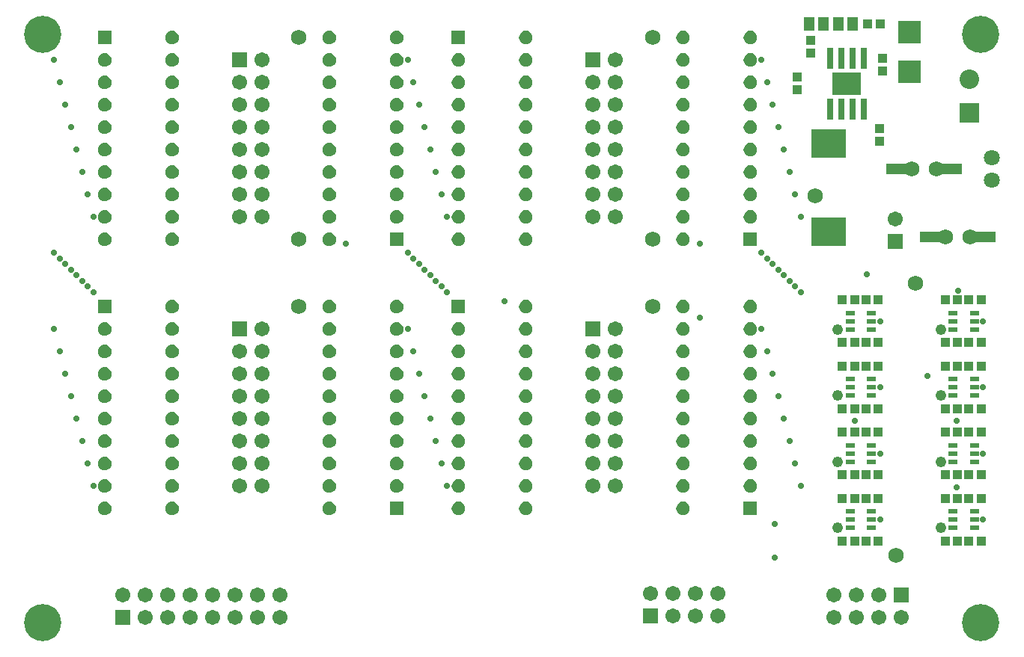
<source format=gts>
%FSAX43Y43*%
%MOMM*%
G71*
G01*
G75*
G04 Layer_Color=8388736*
%ADD10R,2.540X1.016*%
%ADD11R,2.300X2.300*%
%ADD12R,0.800X0.900*%
%ADD13R,0.800X0.350*%
%ADD14R,0.450X2.200*%
%ADD15R,3.100X2.400*%
%ADD16R,0.900X0.800*%
%ADD17R,1.000X1.300*%
%ADD18R,3.683X3.048*%
%ADD19C,0.381*%
%ADD20C,0.254*%
%ADD21C,0.889*%
%ADD22C,0.762*%
%ADD23C,0.508*%
%ADD24C,1.016*%
%ADD25C,1.270*%
%ADD26R,4.318X2.921*%
%ADD27R,4.699X3.810*%
%ADD28R,1.270X1.270*%
%ADD29R,1.172X0.820*%
%ADD30R,1.016X1.016*%
%ADD31R,1.143X1.074*%
%ADD32R,1.001X1.074*%
%ADD33R,1.143X1.074*%
%ADD34R,3.302X2.159*%
%ADD35R,3.937X2.540*%
%ADD36R,2.032X2.032*%
%ADD37R,2.024X2.159*%
%ADD38R,2.032X2.159*%
%ADD39R,2.257X2.180*%
%ADD40R,2.794X2.794*%
%ADD41R,10.287X1.778*%
%ADD42R,10.287X1.651*%
%ADD43R,0.635X0.762*%
%ADD44R,2.591X1.778*%
%ADD45R,1.575X1.397*%
%ADD46R,2.540X1.016*%
%ADD47R,1.473X29.972*%
%ADD48R,2.540X1.778*%
%ADD49R,1.524X1.397*%
%ADD50R,1.397X29.972*%
%ADD51R,7.112X2.413*%
%ADD52R,2.794X6.731*%
%ADD53R,1.016X6.731*%
%ADD54C,0.508*%
%ADD55C,1.524*%
%ADD56C,1.016*%
%ADD57R,1.500X1.500*%
%ADD58C,1.500*%
%ADD59R,1.500X1.500*%
%ADD60C,4.000*%
%ADD61R,1.524X1.524*%
%ADD62R,2.000X2.000*%
%ADD63C,2.000*%
%ADD64C,1.600*%
%ADD65C,1.778*%
%ADD66R,1.100X1.700*%
%ADD67R,2.413X3.048*%
%ADD68R,2.413X2.540*%
%ADD69R,1.898X2.032*%
%ADD70R,1.397X1.397*%
%ADD71R,2.286X2.286*%
%ADD72R,1.898X2.024*%
%ADD73R,1.898X2.041*%
%ADD74R,1.898X2.215*%
%ADD75C,0.250*%
%ADD76C,0.127*%
%ADD77C,0.200*%
%ADD78C,0.100*%
%ADD79R,2.743X1.219*%
%ADD80R,2.503X2.503*%
%ADD81R,1.003X1.103*%
%ADD82R,1.003X0.553*%
%ADD83R,0.653X2.403*%
%ADD84R,3.303X2.603*%
%ADD85R,1.103X1.003*%
%ADD86R,1.203X1.503*%
%ADD87R,3.886X3.251*%
%ADD88C,0.711*%
%ADD89C,1.727*%
%ADD90C,1.219*%
%ADD91R,1.703X1.703*%
%ADD92C,1.703*%
%ADD93R,1.703X1.703*%
%ADD94C,4.203*%
%ADD95R,2.203X2.203*%
%ADD96C,2.203*%
%ADD97C,1.803*%
%ADD98C,1.981*%
G36*
X0084019Y0078466D02*
X0084204Y0078390D01*
X0084363Y0078267D01*
X0084486Y0078108D01*
X0084562Y0077923D01*
X0084589Y0077724D01*
X0084562Y0077525D01*
X0084486Y0077340D01*
X0084363Y0077181D01*
X0084204Y0077058D01*
X0084019Y0076982D01*
X0083820Y0076955D01*
X0083621Y0076982D01*
X0083436Y0077058D01*
X0083277Y0077181D01*
X0083154Y0077340D01*
X0083078Y0077525D01*
X0083051Y0077724D01*
X0083078Y0077923D01*
X0083154Y0078108D01*
X0083277Y0078267D01*
X0083436Y0078390D01*
X0083621Y0078466D01*
X0083820Y0078493D01*
X0084019Y0078466D01*
D02*
G37*
G36*
X0101799D02*
X0101984Y0078390D01*
X0102143Y0078267D01*
X0102266Y0078108D01*
X0102342Y0077923D01*
X0102369Y0077724D01*
X0102342Y0077525D01*
X0102266Y0077340D01*
X0102143Y0077181D01*
X0101984Y0077058D01*
X0101799Y0076982D01*
X0101600Y0076955D01*
X0101401Y0076982D01*
X0101216Y0077058D01*
X0101057Y0077181D01*
X0100934Y0077340D01*
X0100858Y0077525D01*
X0100831Y0077724D01*
X0100858Y0077923D01*
X0100934Y0078108D01*
X0101057Y0078267D01*
X0101216Y0078390D01*
X0101401Y0078466D01*
X0101600Y0078493D01*
X0101799Y0078466D01*
D02*
G37*
G36*
X0076399D02*
X0076584Y0078390D01*
X0076743Y0078267D01*
X0076866Y0078108D01*
X0076942Y0077923D01*
X0076969Y0077724D01*
X0076942Y0077525D01*
X0076866Y0077340D01*
X0076743Y0077181D01*
X0076584Y0077058D01*
X0076399Y0076982D01*
X0076200Y0076955D01*
X0076001Y0076982D01*
X0075816Y0077058D01*
X0075657Y0077181D01*
X0075534Y0077340D01*
X0075458Y0077525D01*
X0075431Y0077724D01*
X0075458Y0077923D01*
X0075534Y0078108D01*
X0075657Y0078267D01*
X0075816Y0078390D01*
X0076001Y0078466D01*
X0076200Y0078493D01*
X0076399Y0078466D01*
D02*
G37*
G36*
X0061794D02*
X0061979Y0078390D01*
X0062138Y0078267D01*
X0062261Y0078108D01*
X0062337Y0077923D01*
X0062364Y0077724D01*
X0062337Y0077525D01*
X0062261Y0077340D01*
X0062138Y0077181D01*
X0061979Y0077058D01*
X0061794Y0076982D01*
X0061595Y0076955D01*
X0061396Y0076982D01*
X0061211Y0077058D01*
X0061052Y0077181D01*
X0060929Y0077340D01*
X0060853Y0077525D01*
X0060826Y0077724D01*
X0060853Y0077923D01*
X0060929Y0078108D01*
X0061052Y0078267D01*
X0061211Y0078390D01*
X0061396Y0078466D01*
X0061595Y0078493D01*
X0061794Y0078466D01*
D02*
G37*
G36*
X0069414D02*
X0069599Y0078390D01*
X0069758Y0078267D01*
X0069881Y0078108D01*
X0069957Y0077923D01*
X0069984Y0077724D01*
X0069957Y0077525D01*
X0069881Y0077340D01*
X0069758Y0077181D01*
X0069599Y0077058D01*
X0069414Y0076982D01*
X0069215Y0076955D01*
X0069016Y0076982D01*
X0068831Y0077058D01*
X0068672Y0077181D01*
X0068549Y0077340D01*
X0068473Y0077525D01*
X0068446Y0077724D01*
X0068473Y0077923D01*
X0068549Y0078108D01*
X0068672Y0078267D01*
X0068831Y0078390D01*
X0069016Y0078466D01*
X0069215Y0078493D01*
X0069414Y0078466D01*
D02*
G37*
G36*
X0061794Y0081006D02*
X0061979Y0080930D01*
X0062138Y0080807D01*
X0062261Y0080648D01*
X0062337Y0080463D01*
X0062364Y0080264D01*
X0062337Y0080065D01*
X0062261Y0079880D01*
X0062138Y0079721D01*
X0061979Y0079598D01*
X0061794Y0079522D01*
X0061595Y0079495D01*
X0061396Y0079522D01*
X0061211Y0079598D01*
X0061052Y0079721D01*
X0060929Y0079880D01*
X0060853Y0080065D01*
X0060826Y0080264D01*
X0060853Y0080463D01*
X0060929Y0080648D01*
X0061052Y0080807D01*
X0061211Y0080930D01*
X0061396Y0081006D01*
X0061595Y0081033D01*
X0061794Y0081006D01*
D02*
G37*
G36*
X0069414D02*
X0069599Y0080930D01*
X0069758Y0080807D01*
X0069881Y0080648D01*
X0069957Y0080463D01*
X0069984Y0080264D01*
X0069957Y0080065D01*
X0069881Y0079880D01*
X0069758Y0079721D01*
X0069599Y0079598D01*
X0069414Y0079522D01*
X0069215Y0079495D01*
X0069016Y0079522D01*
X0068831Y0079598D01*
X0068672Y0079721D01*
X0068549Y0079880D01*
X0068473Y0080065D01*
X0068446Y0080264D01*
X0068473Y0080463D01*
X0068549Y0080648D01*
X0068672Y0080807D01*
X0068831Y0080930D01*
X0069016Y0081006D01*
X0069215Y0081033D01*
X0069414Y0081006D01*
D02*
G37*
G36*
X0044014D02*
X0044199Y0080930D01*
X0044358Y0080807D01*
X0044481Y0080648D01*
X0044557Y0080463D01*
X0044584Y0080264D01*
X0044557Y0080065D01*
X0044481Y0079880D01*
X0044358Y0079721D01*
X0044199Y0079598D01*
X0044014Y0079522D01*
X0043815Y0079495D01*
X0043616Y0079522D01*
X0043431Y0079598D01*
X0043272Y0079721D01*
X0043149Y0079880D01*
X0043073Y0080065D01*
X0043046Y0080264D01*
X0043073Y0080463D01*
X0043149Y0080648D01*
X0043272Y0080807D01*
X0043431Y0080930D01*
X0043616Y0081006D01*
X0043815Y0081033D01*
X0044014Y0081006D01*
D02*
G37*
G36*
X0109419Y0078466D02*
X0109604Y0078390D01*
X0109763Y0078267D01*
X0109886Y0078108D01*
X0109962Y0077923D01*
X0109989Y0077724D01*
X0109962Y0077525D01*
X0109886Y0077340D01*
X0109763Y0077181D01*
X0109604Y0077058D01*
X0109419Y0076982D01*
X0109220Y0076955D01*
X0109021Y0076982D01*
X0108836Y0077058D01*
X0108677Y0077181D01*
X0108554Y0077340D01*
X0108478Y0077525D01*
X0108451Y0077724D01*
X0108478Y0077923D01*
X0108554Y0078108D01*
X0108677Y0078267D01*
X0108836Y0078390D01*
X0109021Y0078466D01*
X0109220Y0078493D01*
X0109419Y0078466D01*
D02*
G37*
G36*
X0036394Y0081006D02*
X0036579Y0080930D01*
X0036738Y0080807D01*
X0036861Y0080648D01*
X0036937Y0080463D01*
X0036964Y0080264D01*
X0036937Y0080065D01*
X0036861Y0079880D01*
X0036738Y0079721D01*
X0036579Y0079598D01*
X0036394Y0079522D01*
X0036195Y0079495D01*
X0035996Y0079522D01*
X0035811Y0079598D01*
X0035652Y0079721D01*
X0035529Y0079880D01*
X0035453Y0080065D01*
X0035426Y0080264D01*
X0035453Y0080463D01*
X0035529Y0080648D01*
X0035652Y0080807D01*
X0035811Y0080930D01*
X0035996Y0081006D01*
X0036195Y0081033D01*
X0036394Y0081006D01*
D02*
G37*
G36*
X0069414Y0075926D02*
X0069599Y0075850D01*
X0069758Y0075727D01*
X0069881Y0075568D01*
X0069957Y0075383D01*
X0069984Y0075184D01*
X0069957Y0074985D01*
X0069881Y0074800D01*
X0069758Y0074641D01*
X0069599Y0074518D01*
X0069414Y0074442D01*
X0069215Y0074415D01*
X0069016Y0074442D01*
X0068831Y0074518D01*
X0068672Y0074641D01*
X0068549Y0074800D01*
X0068473Y0074985D01*
X0068446Y0075184D01*
X0068473Y0075383D01*
X0068549Y0075568D01*
X0068672Y0075727D01*
X0068831Y0075850D01*
X0069016Y0075926D01*
X0069215Y0075953D01*
X0069414Y0075926D01*
D02*
G37*
G36*
X0076399D02*
X0076584Y0075850D01*
X0076743Y0075727D01*
X0076866Y0075568D01*
X0076942Y0075383D01*
X0076969Y0075184D01*
X0076942Y0074985D01*
X0076866Y0074800D01*
X0076743Y0074641D01*
X0076584Y0074518D01*
X0076399Y0074442D01*
X0076200Y0074415D01*
X0076001Y0074442D01*
X0075816Y0074518D01*
X0075657Y0074641D01*
X0075534Y0074800D01*
X0075458Y0074985D01*
X0075431Y0075184D01*
X0075458Y0075383D01*
X0075534Y0075568D01*
X0075657Y0075727D01*
X0075816Y0075850D01*
X0076001Y0075926D01*
X0076200Y0075953D01*
X0076399Y0075926D01*
D02*
G37*
G36*
X0061794D02*
X0061979Y0075850D01*
X0062138Y0075727D01*
X0062261Y0075568D01*
X0062337Y0075383D01*
X0062364Y0075184D01*
X0062337Y0074985D01*
X0062261Y0074800D01*
X0062138Y0074641D01*
X0061979Y0074518D01*
X0061794Y0074442D01*
X0061595Y0074415D01*
X0061396Y0074442D01*
X0061211Y0074518D01*
X0061052Y0074641D01*
X0060929Y0074800D01*
X0060853Y0074985D01*
X0060826Y0075184D01*
X0060853Y0075383D01*
X0060929Y0075568D01*
X0061052Y0075727D01*
X0061211Y0075850D01*
X0061396Y0075926D01*
X0061595Y0075953D01*
X0061794Y0075926D01*
D02*
G37*
G36*
X0036394D02*
X0036579Y0075850D01*
X0036738Y0075727D01*
X0036861Y0075568D01*
X0036937Y0075383D01*
X0036964Y0075184D01*
X0036937Y0074985D01*
X0036861Y0074800D01*
X0036738Y0074641D01*
X0036579Y0074518D01*
X0036394Y0074442D01*
X0036195Y0074415D01*
X0035996Y0074442D01*
X0035811Y0074518D01*
X0035652Y0074641D01*
X0035529Y0074800D01*
X0035453Y0074985D01*
X0035426Y0075184D01*
X0035453Y0075383D01*
X0035529Y0075568D01*
X0035652Y0075727D01*
X0035811Y0075850D01*
X0035996Y0075926D01*
X0036195Y0075953D01*
X0036394Y0075926D01*
D02*
G37*
G36*
X0044014D02*
X0044199Y0075850D01*
X0044358Y0075727D01*
X0044481Y0075568D01*
X0044557Y0075383D01*
X0044584Y0075184D01*
X0044557Y0074985D01*
X0044481Y0074800D01*
X0044358Y0074641D01*
X0044199Y0074518D01*
X0044014Y0074442D01*
X0043815Y0074415D01*
X0043616Y0074442D01*
X0043431Y0074518D01*
X0043272Y0074641D01*
X0043149Y0074800D01*
X0043073Y0074985D01*
X0043046Y0075184D01*
X0043073Y0075383D01*
X0043149Y0075568D01*
X0043272Y0075727D01*
X0043431Y0075850D01*
X0043616Y0075926D01*
X0043815Y0075953D01*
X0044014Y0075926D01*
D02*
G37*
G36*
X0036394Y0078466D02*
X0036579Y0078390D01*
X0036738Y0078267D01*
X0036861Y0078108D01*
X0036937Y0077923D01*
X0036964Y0077724D01*
X0036937Y0077525D01*
X0036861Y0077340D01*
X0036738Y0077181D01*
X0036579Y0077058D01*
X0036394Y0076982D01*
X0036195Y0076955D01*
X0035996Y0076982D01*
X0035811Y0077058D01*
X0035652Y0077181D01*
X0035529Y0077340D01*
X0035453Y0077525D01*
X0035426Y0077724D01*
X0035453Y0077923D01*
X0035529Y0078108D01*
X0035652Y0078267D01*
X0035811Y0078390D01*
X0035996Y0078466D01*
X0036195Y0078493D01*
X0036394Y0078466D01*
D02*
G37*
G36*
X0044014D02*
X0044199Y0078390D01*
X0044358Y0078267D01*
X0044481Y0078108D01*
X0044557Y0077923D01*
X0044584Y0077724D01*
X0044557Y0077525D01*
X0044481Y0077340D01*
X0044358Y0077181D01*
X0044199Y0077058D01*
X0044014Y0076982D01*
X0043815Y0076955D01*
X0043616Y0076982D01*
X0043431Y0077058D01*
X0043272Y0077181D01*
X0043149Y0077340D01*
X0043073Y0077525D01*
X0043046Y0077724D01*
X0043073Y0077923D01*
X0043149Y0078108D01*
X0043272Y0078267D01*
X0043431Y0078390D01*
X0043616Y0078466D01*
X0043815Y0078493D01*
X0044014Y0078466D01*
D02*
G37*
G36*
X0109419Y0075926D02*
X0109604Y0075850D01*
X0109763Y0075727D01*
X0109886Y0075568D01*
X0109962Y0075383D01*
X0109989Y0075184D01*
X0109962Y0074985D01*
X0109886Y0074800D01*
X0109763Y0074641D01*
X0109604Y0074518D01*
X0109419Y0074442D01*
X0109220Y0074415D01*
X0109021Y0074442D01*
X0108836Y0074518D01*
X0108677Y0074641D01*
X0108554Y0074800D01*
X0108478Y0074985D01*
X0108451Y0075184D01*
X0108478Y0075383D01*
X0108554Y0075568D01*
X0108677Y0075727D01*
X0108836Y0075850D01*
X0109021Y0075926D01*
X0109220Y0075953D01*
X0109419Y0075926D01*
D02*
G37*
G36*
X0084019D02*
X0084204Y0075850D01*
X0084363Y0075727D01*
X0084486Y0075568D01*
X0084562Y0075383D01*
X0084589Y0075184D01*
X0084562Y0074985D01*
X0084486Y0074800D01*
X0084363Y0074641D01*
X0084204Y0074518D01*
X0084019Y0074442D01*
X0083820Y0074415D01*
X0083621Y0074442D01*
X0083436Y0074518D01*
X0083277Y0074641D01*
X0083154Y0074800D01*
X0083078Y0074985D01*
X0083051Y0075184D01*
X0083078Y0075383D01*
X0083154Y0075568D01*
X0083277Y0075727D01*
X0083436Y0075850D01*
X0083621Y0075926D01*
X0083820Y0075953D01*
X0084019Y0075926D01*
D02*
G37*
G36*
X0101799D02*
X0101984Y0075850D01*
X0102143Y0075727D01*
X0102266Y0075568D01*
X0102342Y0075383D01*
X0102369Y0075184D01*
X0102342Y0074985D01*
X0102266Y0074800D01*
X0102143Y0074641D01*
X0101984Y0074518D01*
X0101799Y0074442D01*
X0101600Y0074415D01*
X0101401Y0074442D01*
X0101216Y0074518D01*
X0101057Y0074641D01*
X0100934Y0074800D01*
X0100858Y0074985D01*
X0100831Y0075184D01*
X0100858Y0075383D01*
X0100934Y0075568D01*
X0101057Y0075727D01*
X0101216Y0075850D01*
X0101401Y0075926D01*
X0101600Y0075953D01*
X0101799Y0075926D01*
D02*
G37*
G36*
X0061794Y0086086D02*
X0061979Y0086010D01*
X0062138Y0085887D01*
X0062261Y0085728D01*
X0062337Y0085543D01*
X0062364Y0085344D01*
X0062337Y0085145D01*
X0062261Y0084960D01*
X0062138Y0084801D01*
X0061979Y0084678D01*
X0061794Y0084602D01*
X0061595Y0084575D01*
X0061396Y0084602D01*
X0061211Y0084678D01*
X0061052Y0084801D01*
X0060929Y0084960D01*
X0060853Y0085145D01*
X0060826Y0085344D01*
X0060853Y0085543D01*
X0060929Y0085728D01*
X0061052Y0085887D01*
X0061211Y0086010D01*
X0061396Y0086086D01*
X0061595Y0086113D01*
X0061794Y0086086D01*
D02*
G37*
G36*
X0069414D02*
X0069599Y0086010D01*
X0069758Y0085887D01*
X0069881Y0085728D01*
X0069957Y0085543D01*
X0069984Y0085344D01*
X0069957Y0085145D01*
X0069881Y0084960D01*
X0069758Y0084801D01*
X0069599Y0084678D01*
X0069414Y0084602D01*
X0069215Y0084575D01*
X0069016Y0084602D01*
X0068831Y0084678D01*
X0068672Y0084801D01*
X0068549Y0084960D01*
X0068473Y0085145D01*
X0068446Y0085344D01*
X0068473Y0085543D01*
X0068549Y0085728D01*
X0068672Y0085887D01*
X0068831Y0086010D01*
X0069016Y0086086D01*
X0069215Y0086113D01*
X0069414Y0086086D01*
D02*
G37*
G36*
X0044014D02*
X0044199Y0086010D01*
X0044358Y0085887D01*
X0044481Y0085728D01*
X0044557Y0085543D01*
X0044584Y0085344D01*
X0044557Y0085145D01*
X0044481Y0084960D01*
X0044358Y0084801D01*
X0044199Y0084678D01*
X0044014Y0084602D01*
X0043815Y0084575D01*
X0043616Y0084602D01*
X0043431Y0084678D01*
X0043272Y0084801D01*
X0043149Y0084960D01*
X0043073Y0085145D01*
X0043046Y0085344D01*
X0043073Y0085543D01*
X0043149Y0085728D01*
X0043272Y0085887D01*
X0043431Y0086010D01*
X0043616Y0086086D01*
X0043815Y0086113D01*
X0044014Y0086086D01*
D02*
G37*
G36*
X0101799Y0083546D02*
X0101984Y0083470D01*
X0102143Y0083347D01*
X0102266Y0083188D01*
X0102342Y0083003D01*
X0102369Y0082804D01*
X0102342Y0082605D01*
X0102266Y0082420D01*
X0102143Y0082261D01*
X0101984Y0082138D01*
X0101799Y0082062D01*
X0101600Y0082035D01*
X0101401Y0082062D01*
X0101216Y0082138D01*
X0101057Y0082261D01*
X0100934Y0082420D01*
X0100858Y0082605D01*
X0100831Y0082804D01*
X0100858Y0083003D01*
X0100934Y0083188D01*
X0101057Y0083347D01*
X0101216Y0083470D01*
X0101401Y0083546D01*
X0101600Y0083573D01*
X0101799Y0083546D01*
D02*
G37*
G36*
X0109419D02*
X0109604Y0083470D01*
X0109763Y0083347D01*
X0109886Y0083188D01*
X0109962Y0083003D01*
X0109989Y0082804D01*
X0109962Y0082605D01*
X0109886Y0082420D01*
X0109763Y0082261D01*
X0109604Y0082138D01*
X0109419Y0082062D01*
X0109220Y0082035D01*
X0109021Y0082062D01*
X0108836Y0082138D01*
X0108677Y0082261D01*
X0108554Y0082420D01*
X0108478Y0082605D01*
X0108451Y0082804D01*
X0108478Y0083003D01*
X0108554Y0083188D01*
X0108677Y0083347D01*
X0108836Y0083470D01*
X0109021Y0083546D01*
X0109220Y0083573D01*
X0109419Y0083546D01*
D02*
G37*
G36*
X0036957Y0084582D02*
X0035433D01*
Y0086106D01*
X0036957D01*
Y0084582D01*
D02*
G37*
G36*
X0076962D02*
X0075438D01*
Y0086106D01*
X0076962D01*
Y0084582D01*
D02*
G37*
G36*
X0109419Y0086086D02*
X0109604Y0086010D01*
X0109763Y0085887D01*
X0109886Y0085728D01*
X0109962Y0085543D01*
X0109989Y0085344D01*
X0109962Y0085145D01*
X0109886Y0084960D01*
X0109763Y0084801D01*
X0109604Y0084678D01*
X0109419Y0084602D01*
X0109220Y0084575D01*
X0109021Y0084602D01*
X0108836Y0084678D01*
X0108677Y0084801D01*
X0108554Y0084960D01*
X0108478Y0085145D01*
X0108451Y0085344D01*
X0108478Y0085543D01*
X0108554Y0085728D01*
X0108677Y0085887D01*
X0108836Y0086010D01*
X0109021Y0086086D01*
X0109220Y0086113D01*
X0109419Y0086086D01*
D02*
G37*
G36*
X0084019D02*
X0084204Y0086010D01*
X0084363Y0085887D01*
X0084486Y0085728D01*
X0084562Y0085543D01*
X0084589Y0085344D01*
X0084562Y0085145D01*
X0084486Y0084960D01*
X0084363Y0084801D01*
X0084204Y0084678D01*
X0084019Y0084602D01*
X0083820Y0084575D01*
X0083621Y0084602D01*
X0083436Y0084678D01*
X0083277Y0084801D01*
X0083154Y0084960D01*
X0083078Y0085145D01*
X0083051Y0085344D01*
X0083078Y0085543D01*
X0083154Y0085728D01*
X0083277Y0085887D01*
X0083436Y0086010D01*
X0083621Y0086086D01*
X0083820Y0086113D01*
X0084019Y0086086D01*
D02*
G37*
G36*
X0101799D02*
X0101984Y0086010D01*
X0102143Y0085887D01*
X0102266Y0085728D01*
X0102342Y0085543D01*
X0102369Y0085344D01*
X0102342Y0085145D01*
X0102266Y0084960D01*
X0102143Y0084801D01*
X0101984Y0084678D01*
X0101799Y0084602D01*
X0101600Y0084575D01*
X0101401Y0084602D01*
X0101216Y0084678D01*
X0101057Y0084801D01*
X0100934Y0084960D01*
X0100858Y0085145D01*
X0100831Y0085344D01*
X0100858Y0085543D01*
X0100934Y0085728D01*
X0101057Y0085887D01*
X0101216Y0086010D01*
X0101401Y0086086D01*
X0101600Y0086113D01*
X0101799Y0086086D01*
D02*
G37*
G36*
X0109419Y0081006D02*
X0109604Y0080930D01*
X0109763Y0080807D01*
X0109886Y0080648D01*
X0109962Y0080463D01*
X0109989Y0080264D01*
X0109962Y0080065D01*
X0109886Y0079880D01*
X0109763Y0079721D01*
X0109604Y0079598D01*
X0109419Y0079522D01*
X0109220Y0079495D01*
X0109021Y0079522D01*
X0108836Y0079598D01*
X0108677Y0079721D01*
X0108554Y0079880D01*
X0108478Y0080065D01*
X0108451Y0080264D01*
X0108478Y0080463D01*
X0108554Y0080648D01*
X0108677Y0080807D01*
X0108836Y0080930D01*
X0109021Y0081006D01*
X0109220Y0081033D01*
X0109419Y0081006D01*
D02*
G37*
G36*
X0036394Y0083546D02*
X0036579Y0083470D01*
X0036738Y0083347D01*
X0036861Y0083188D01*
X0036937Y0083003D01*
X0036964Y0082804D01*
X0036937Y0082605D01*
X0036861Y0082420D01*
X0036738Y0082261D01*
X0036579Y0082138D01*
X0036394Y0082062D01*
X0036195Y0082035D01*
X0035996Y0082062D01*
X0035811Y0082138D01*
X0035652Y0082261D01*
X0035529Y0082420D01*
X0035453Y0082605D01*
X0035426Y0082804D01*
X0035453Y0083003D01*
X0035529Y0083188D01*
X0035652Y0083347D01*
X0035811Y0083470D01*
X0035996Y0083546D01*
X0036195Y0083573D01*
X0036394Y0083546D01*
D02*
G37*
G36*
X0101799Y0081006D02*
X0101984Y0080930D01*
X0102143Y0080807D01*
X0102266Y0080648D01*
X0102342Y0080463D01*
X0102369Y0080264D01*
X0102342Y0080065D01*
X0102266Y0079880D01*
X0102143Y0079721D01*
X0101984Y0079598D01*
X0101799Y0079522D01*
X0101600Y0079495D01*
X0101401Y0079522D01*
X0101216Y0079598D01*
X0101057Y0079721D01*
X0100934Y0079880D01*
X0100858Y0080065D01*
X0100831Y0080264D01*
X0100858Y0080463D01*
X0100934Y0080648D01*
X0101057Y0080807D01*
X0101216Y0080930D01*
X0101401Y0081006D01*
X0101600Y0081033D01*
X0101799Y0081006D01*
D02*
G37*
G36*
X0076399D02*
X0076584Y0080930D01*
X0076743Y0080807D01*
X0076866Y0080648D01*
X0076942Y0080463D01*
X0076969Y0080264D01*
X0076942Y0080065D01*
X0076866Y0079880D01*
X0076743Y0079721D01*
X0076584Y0079598D01*
X0076399Y0079522D01*
X0076200Y0079495D01*
X0076001Y0079522D01*
X0075816Y0079598D01*
X0075657Y0079721D01*
X0075534Y0079880D01*
X0075458Y0080065D01*
X0075431Y0080264D01*
X0075458Y0080463D01*
X0075534Y0080648D01*
X0075657Y0080807D01*
X0075816Y0080930D01*
X0076001Y0081006D01*
X0076200Y0081033D01*
X0076399Y0081006D01*
D02*
G37*
G36*
X0084019D02*
X0084204Y0080930D01*
X0084363Y0080807D01*
X0084486Y0080648D01*
X0084562Y0080463D01*
X0084589Y0080264D01*
X0084562Y0080065D01*
X0084486Y0079880D01*
X0084363Y0079721D01*
X0084204Y0079598D01*
X0084019Y0079522D01*
X0083820Y0079495D01*
X0083621Y0079522D01*
X0083436Y0079598D01*
X0083277Y0079721D01*
X0083154Y0079880D01*
X0083078Y0080065D01*
X0083051Y0080264D01*
X0083078Y0080463D01*
X0083154Y0080648D01*
X0083277Y0080807D01*
X0083436Y0080930D01*
X0083621Y0081006D01*
X0083820Y0081033D01*
X0084019Y0081006D01*
D02*
G37*
G36*
X0076399Y0083546D02*
X0076584Y0083470D01*
X0076743Y0083347D01*
X0076866Y0083188D01*
X0076942Y0083003D01*
X0076969Y0082804D01*
X0076942Y0082605D01*
X0076866Y0082420D01*
X0076743Y0082261D01*
X0076584Y0082138D01*
X0076399Y0082062D01*
X0076200Y0082035D01*
X0076001Y0082062D01*
X0075816Y0082138D01*
X0075657Y0082261D01*
X0075534Y0082420D01*
X0075458Y0082605D01*
X0075431Y0082804D01*
X0075458Y0083003D01*
X0075534Y0083188D01*
X0075657Y0083347D01*
X0075816Y0083470D01*
X0076001Y0083546D01*
X0076200Y0083573D01*
X0076399Y0083546D01*
D02*
G37*
G36*
X0084019D02*
X0084204Y0083470D01*
X0084363Y0083347D01*
X0084486Y0083188D01*
X0084562Y0083003D01*
X0084589Y0082804D01*
X0084562Y0082605D01*
X0084486Y0082420D01*
X0084363Y0082261D01*
X0084204Y0082138D01*
X0084019Y0082062D01*
X0083820Y0082035D01*
X0083621Y0082062D01*
X0083436Y0082138D01*
X0083277Y0082261D01*
X0083154Y0082420D01*
X0083078Y0082605D01*
X0083051Y0082804D01*
X0083078Y0083003D01*
X0083154Y0083188D01*
X0083277Y0083347D01*
X0083436Y0083470D01*
X0083621Y0083546D01*
X0083820Y0083573D01*
X0084019Y0083546D01*
D02*
G37*
G36*
X0069414D02*
X0069599Y0083470D01*
X0069758Y0083347D01*
X0069881Y0083188D01*
X0069957Y0083003D01*
X0069984Y0082804D01*
X0069957Y0082605D01*
X0069881Y0082420D01*
X0069758Y0082261D01*
X0069599Y0082138D01*
X0069414Y0082062D01*
X0069215Y0082035D01*
X0069016Y0082062D01*
X0068831Y0082138D01*
X0068672Y0082261D01*
X0068549Y0082420D01*
X0068473Y0082605D01*
X0068446Y0082804D01*
X0068473Y0083003D01*
X0068549Y0083188D01*
X0068672Y0083347D01*
X0068831Y0083470D01*
X0069016Y0083546D01*
X0069215Y0083573D01*
X0069414Y0083546D01*
D02*
G37*
G36*
X0044014D02*
X0044199Y0083470D01*
X0044358Y0083347D01*
X0044481Y0083188D01*
X0044557Y0083003D01*
X0044584Y0082804D01*
X0044557Y0082605D01*
X0044481Y0082420D01*
X0044358Y0082261D01*
X0044199Y0082138D01*
X0044014Y0082062D01*
X0043815Y0082035D01*
X0043616Y0082062D01*
X0043431Y0082138D01*
X0043272Y0082261D01*
X0043149Y0082420D01*
X0043073Y0082605D01*
X0043046Y0082804D01*
X0043073Y0083003D01*
X0043149Y0083188D01*
X0043272Y0083347D01*
X0043431Y0083470D01*
X0043616Y0083546D01*
X0043815Y0083573D01*
X0044014Y0083546D01*
D02*
G37*
G36*
X0061794D02*
X0061979Y0083470D01*
X0062138Y0083347D01*
X0062261Y0083188D01*
X0062337Y0083003D01*
X0062364Y0082804D01*
X0062337Y0082605D01*
X0062261Y0082420D01*
X0062138Y0082261D01*
X0061979Y0082138D01*
X0061794Y0082062D01*
X0061595Y0082035D01*
X0061396Y0082062D01*
X0061211Y0082138D01*
X0061052Y0082261D01*
X0060929Y0082420D01*
X0060853Y0082605D01*
X0060826Y0082804D01*
X0060853Y0083003D01*
X0060929Y0083188D01*
X0061052Y0083347D01*
X0061211Y0083470D01*
X0061396Y0083546D01*
X0061595Y0083573D01*
X0061794Y0083546D01*
D02*
G37*
G36*
X0084019Y0065766D02*
X0084204Y0065690D01*
X0084363Y0065567D01*
X0084486Y0065408D01*
X0084562Y0065223D01*
X0084589Y0065024D01*
X0084562Y0064825D01*
X0084486Y0064640D01*
X0084363Y0064481D01*
X0084204Y0064358D01*
X0084019Y0064282D01*
X0083820Y0064255D01*
X0083621Y0064282D01*
X0083436Y0064358D01*
X0083277Y0064481D01*
X0083154Y0064640D01*
X0083078Y0064825D01*
X0083051Y0065024D01*
X0083078Y0065223D01*
X0083154Y0065408D01*
X0083277Y0065567D01*
X0083436Y0065690D01*
X0083621Y0065766D01*
X0083820Y0065793D01*
X0084019Y0065766D01*
D02*
G37*
G36*
X0101799D02*
X0101984Y0065690D01*
X0102143Y0065567D01*
X0102266Y0065408D01*
X0102342Y0065223D01*
X0102369Y0065024D01*
X0102342Y0064825D01*
X0102266Y0064640D01*
X0102143Y0064481D01*
X0101984Y0064358D01*
X0101799Y0064282D01*
X0101600Y0064255D01*
X0101401Y0064282D01*
X0101216Y0064358D01*
X0101057Y0064481D01*
X0100934Y0064640D01*
X0100858Y0064825D01*
X0100831Y0065024D01*
X0100858Y0065223D01*
X0100934Y0065408D01*
X0101057Y0065567D01*
X0101216Y0065690D01*
X0101401Y0065766D01*
X0101600Y0065793D01*
X0101799Y0065766D01*
D02*
G37*
G36*
X0076399D02*
X0076584Y0065690D01*
X0076743Y0065567D01*
X0076866Y0065408D01*
X0076942Y0065223D01*
X0076969Y0065024D01*
X0076942Y0064825D01*
X0076866Y0064640D01*
X0076743Y0064481D01*
X0076584Y0064358D01*
X0076399Y0064282D01*
X0076200Y0064255D01*
X0076001Y0064282D01*
X0075816Y0064358D01*
X0075657Y0064481D01*
X0075534Y0064640D01*
X0075458Y0064825D01*
X0075431Y0065024D01*
X0075458Y0065223D01*
X0075534Y0065408D01*
X0075657Y0065567D01*
X0075816Y0065690D01*
X0076001Y0065766D01*
X0076200Y0065793D01*
X0076399Y0065766D01*
D02*
G37*
G36*
X0061794D02*
X0061979Y0065690D01*
X0062138Y0065567D01*
X0062261Y0065408D01*
X0062337Y0065223D01*
X0062364Y0065024D01*
X0062337Y0064825D01*
X0062261Y0064640D01*
X0062138Y0064481D01*
X0061979Y0064358D01*
X0061794Y0064282D01*
X0061595Y0064255D01*
X0061396Y0064282D01*
X0061211Y0064358D01*
X0061052Y0064481D01*
X0060929Y0064640D01*
X0060853Y0064825D01*
X0060826Y0065024D01*
X0060853Y0065223D01*
X0060929Y0065408D01*
X0061052Y0065567D01*
X0061211Y0065690D01*
X0061396Y0065766D01*
X0061595Y0065793D01*
X0061794Y0065766D01*
D02*
G37*
G36*
X0069414D02*
X0069599Y0065690D01*
X0069758Y0065567D01*
X0069881Y0065408D01*
X0069957Y0065223D01*
X0069984Y0065024D01*
X0069957Y0064825D01*
X0069881Y0064640D01*
X0069758Y0064481D01*
X0069599Y0064358D01*
X0069414Y0064282D01*
X0069215Y0064255D01*
X0069016Y0064282D01*
X0068831Y0064358D01*
X0068672Y0064481D01*
X0068549Y0064640D01*
X0068473Y0064825D01*
X0068446Y0065024D01*
X0068473Y0065223D01*
X0068549Y0065408D01*
X0068672Y0065567D01*
X0068831Y0065690D01*
X0069016Y0065766D01*
X0069215Y0065793D01*
X0069414Y0065766D01*
D02*
G37*
G36*
X0061794Y0068306D02*
X0061979Y0068230D01*
X0062138Y0068107D01*
X0062261Y0067948D01*
X0062337Y0067763D01*
X0062364Y0067564D01*
X0062337Y0067365D01*
X0062261Y0067180D01*
X0062138Y0067021D01*
X0061979Y0066898D01*
X0061794Y0066822D01*
X0061595Y0066795D01*
X0061396Y0066822D01*
X0061211Y0066898D01*
X0061052Y0067021D01*
X0060929Y0067180D01*
X0060853Y0067365D01*
X0060826Y0067564D01*
X0060853Y0067763D01*
X0060929Y0067948D01*
X0061052Y0068107D01*
X0061211Y0068230D01*
X0061396Y0068306D01*
X0061595Y0068333D01*
X0061794Y0068306D01*
D02*
G37*
G36*
X0069414D02*
X0069599Y0068230D01*
X0069758Y0068107D01*
X0069881Y0067948D01*
X0069957Y0067763D01*
X0069984Y0067564D01*
X0069957Y0067365D01*
X0069881Y0067180D01*
X0069758Y0067021D01*
X0069599Y0066898D01*
X0069414Y0066822D01*
X0069215Y0066795D01*
X0069016Y0066822D01*
X0068831Y0066898D01*
X0068672Y0067021D01*
X0068549Y0067180D01*
X0068473Y0067365D01*
X0068446Y0067564D01*
X0068473Y0067763D01*
X0068549Y0067948D01*
X0068672Y0068107D01*
X0068831Y0068230D01*
X0069016Y0068306D01*
X0069215Y0068333D01*
X0069414Y0068306D01*
D02*
G37*
G36*
X0044014D02*
X0044199Y0068230D01*
X0044358Y0068107D01*
X0044481Y0067948D01*
X0044557Y0067763D01*
X0044584Y0067564D01*
X0044557Y0067365D01*
X0044481Y0067180D01*
X0044358Y0067021D01*
X0044199Y0066898D01*
X0044014Y0066822D01*
X0043815Y0066795D01*
X0043616Y0066822D01*
X0043431Y0066898D01*
X0043272Y0067021D01*
X0043149Y0067180D01*
X0043073Y0067365D01*
X0043046Y0067564D01*
X0043073Y0067763D01*
X0043149Y0067948D01*
X0043272Y0068107D01*
X0043431Y0068230D01*
X0043616Y0068306D01*
X0043815Y0068333D01*
X0044014Y0068306D01*
D02*
G37*
G36*
X0109419Y0065766D02*
X0109604Y0065690D01*
X0109763Y0065567D01*
X0109886Y0065408D01*
X0109962Y0065223D01*
X0109989Y0065024D01*
X0109962Y0064825D01*
X0109886Y0064640D01*
X0109763Y0064481D01*
X0109604Y0064358D01*
X0109419Y0064282D01*
X0109220Y0064255D01*
X0109021Y0064282D01*
X0108836Y0064358D01*
X0108677Y0064481D01*
X0108554Y0064640D01*
X0108478Y0064825D01*
X0108451Y0065024D01*
X0108478Y0065223D01*
X0108554Y0065408D01*
X0108677Y0065567D01*
X0108836Y0065690D01*
X0109021Y0065766D01*
X0109220Y0065793D01*
X0109419Y0065766D01*
D02*
G37*
G36*
X0036394Y0068306D02*
X0036579Y0068230D01*
X0036738Y0068107D01*
X0036861Y0067948D01*
X0036937Y0067763D01*
X0036964Y0067564D01*
X0036937Y0067365D01*
X0036861Y0067180D01*
X0036738Y0067021D01*
X0036579Y0066898D01*
X0036394Y0066822D01*
X0036195Y0066795D01*
X0035996Y0066822D01*
X0035811Y0066898D01*
X0035652Y0067021D01*
X0035529Y0067180D01*
X0035453Y0067365D01*
X0035426Y0067564D01*
X0035453Y0067763D01*
X0035529Y0067948D01*
X0035652Y0068107D01*
X0035811Y0068230D01*
X0035996Y0068306D01*
X0036195Y0068333D01*
X0036394Y0068306D01*
D02*
G37*
G36*
X0076399Y0063226D02*
X0076584Y0063150D01*
X0076743Y0063027D01*
X0076866Y0062868D01*
X0076942Y0062683D01*
X0076969Y0062484D01*
X0076942Y0062285D01*
X0076866Y0062100D01*
X0076743Y0061941D01*
X0076584Y0061818D01*
X0076399Y0061742D01*
X0076200Y0061715D01*
X0076001Y0061742D01*
X0075816Y0061818D01*
X0075657Y0061941D01*
X0075534Y0062100D01*
X0075458Y0062285D01*
X0075431Y0062484D01*
X0075458Y0062683D01*
X0075534Y0062868D01*
X0075657Y0063027D01*
X0075816Y0063150D01*
X0076001Y0063226D01*
X0076200Y0063253D01*
X0076399Y0063226D01*
D02*
G37*
G36*
X0084019D02*
X0084204Y0063150D01*
X0084363Y0063027D01*
X0084486Y0062868D01*
X0084562Y0062683D01*
X0084589Y0062484D01*
X0084562Y0062285D01*
X0084486Y0062100D01*
X0084363Y0061941D01*
X0084204Y0061818D01*
X0084019Y0061742D01*
X0083820Y0061715D01*
X0083621Y0061742D01*
X0083436Y0061818D01*
X0083277Y0061941D01*
X0083154Y0062100D01*
X0083078Y0062285D01*
X0083051Y0062484D01*
X0083078Y0062683D01*
X0083154Y0062868D01*
X0083277Y0063027D01*
X0083436Y0063150D01*
X0083621Y0063226D01*
X0083820Y0063253D01*
X0084019Y0063226D01*
D02*
G37*
G36*
X0061794D02*
X0061979Y0063150D01*
X0062138Y0063027D01*
X0062261Y0062868D01*
X0062337Y0062683D01*
X0062364Y0062484D01*
X0062337Y0062285D01*
X0062261Y0062100D01*
X0062138Y0061941D01*
X0061979Y0061818D01*
X0061794Y0061742D01*
X0061595Y0061715D01*
X0061396Y0061742D01*
X0061211Y0061818D01*
X0061052Y0061941D01*
X0060929Y0062100D01*
X0060853Y0062285D01*
X0060826Y0062484D01*
X0060853Y0062683D01*
X0060929Y0062868D01*
X0061052Y0063027D01*
X0061211Y0063150D01*
X0061396Y0063226D01*
X0061595Y0063253D01*
X0061794Y0063226D01*
D02*
G37*
G36*
X0036394D02*
X0036579Y0063150D01*
X0036738Y0063027D01*
X0036861Y0062868D01*
X0036937Y0062683D01*
X0036964Y0062484D01*
X0036937Y0062285D01*
X0036861Y0062100D01*
X0036738Y0061941D01*
X0036579Y0061818D01*
X0036394Y0061742D01*
X0036195Y0061715D01*
X0035996Y0061742D01*
X0035811Y0061818D01*
X0035652Y0061941D01*
X0035529Y0062100D01*
X0035453Y0062285D01*
X0035426Y0062484D01*
X0035453Y0062683D01*
X0035529Y0062868D01*
X0035652Y0063027D01*
X0035811Y0063150D01*
X0035996Y0063226D01*
X0036195Y0063253D01*
X0036394Y0063226D01*
D02*
G37*
G36*
X0044014D02*
X0044199Y0063150D01*
X0044358Y0063027D01*
X0044481Y0062868D01*
X0044557Y0062683D01*
X0044584Y0062484D01*
X0044557Y0062285D01*
X0044481Y0062100D01*
X0044358Y0061941D01*
X0044199Y0061818D01*
X0044014Y0061742D01*
X0043815Y0061715D01*
X0043616Y0061742D01*
X0043431Y0061818D01*
X0043272Y0061941D01*
X0043149Y0062100D01*
X0043073Y0062285D01*
X0043046Y0062484D01*
X0043073Y0062683D01*
X0043149Y0062868D01*
X0043272Y0063027D01*
X0043431Y0063150D01*
X0043616Y0063226D01*
X0043815Y0063253D01*
X0044014Y0063226D01*
D02*
G37*
G36*
X0036394Y0065766D02*
X0036579Y0065690D01*
X0036738Y0065567D01*
X0036861Y0065408D01*
X0036937Y0065223D01*
X0036964Y0065024D01*
X0036937Y0064825D01*
X0036861Y0064640D01*
X0036738Y0064481D01*
X0036579Y0064358D01*
X0036394Y0064282D01*
X0036195Y0064255D01*
X0035996Y0064282D01*
X0035811Y0064358D01*
X0035652Y0064481D01*
X0035529Y0064640D01*
X0035453Y0064825D01*
X0035426Y0065024D01*
X0035453Y0065223D01*
X0035529Y0065408D01*
X0035652Y0065567D01*
X0035811Y0065690D01*
X0035996Y0065766D01*
X0036195Y0065793D01*
X0036394Y0065766D01*
D02*
G37*
G36*
X0044014D02*
X0044199Y0065690D01*
X0044358Y0065567D01*
X0044481Y0065408D01*
X0044557Y0065223D01*
X0044584Y0065024D01*
X0044557Y0064825D01*
X0044481Y0064640D01*
X0044358Y0064481D01*
X0044199Y0064358D01*
X0044014Y0064282D01*
X0043815Y0064255D01*
X0043616Y0064282D01*
X0043431Y0064358D01*
X0043272Y0064481D01*
X0043149Y0064640D01*
X0043073Y0064825D01*
X0043046Y0065024D01*
X0043073Y0065223D01*
X0043149Y0065408D01*
X0043272Y0065567D01*
X0043431Y0065690D01*
X0043616Y0065766D01*
X0043815Y0065793D01*
X0044014Y0065766D01*
D02*
G37*
G36*
X0109982Y0061722D02*
X0108458D01*
Y0063246D01*
X0109982D01*
Y0061722D01*
D02*
G37*
G36*
X0101799Y0063226D02*
X0101984Y0063150D01*
X0102143Y0063027D01*
X0102266Y0062868D01*
X0102342Y0062683D01*
X0102369Y0062484D01*
X0102342Y0062285D01*
X0102266Y0062100D01*
X0102143Y0061941D01*
X0101984Y0061818D01*
X0101799Y0061742D01*
X0101600Y0061715D01*
X0101401Y0061742D01*
X0101216Y0061818D01*
X0101057Y0061941D01*
X0100934Y0062100D01*
X0100858Y0062285D01*
X0100831Y0062484D01*
X0100858Y0062683D01*
X0100934Y0062868D01*
X0101057Y0063027D01*
X0101216Y0063150D01*
X0101401Y0063226D01*
X0101600Y0063253D01*
X0101799Y0063226D01*
D02*
G37*
G36*
X0069977Y0061722D02*
X0068453D01*
Y0063246D01*
X0069977D01*
Y0061722D01*
D02*
G37*
G36*
X0044014Y0073386D02*
X0044199Y0073310D01*
X0044358Y0073187D01*
X0044481Y0073028D01*
X0044557Y0072843D01*
X0044584Y0072644D01*
X0044557Y0072445D01*
X0044481Y0072260D01*
X0044358Y0072101D01*
X0044199Y0071978D01*
X0044014Y0071902D01*
X0043815Y0071875D01*
X0043616Y0071902D01*
X0043431Y0071978D01*
X0043272Y0072101D01*
X0043149Y0072260D01*
X0043073Y0072445D01*
X0043046Y0072644D01*
X0043073Y0072843D01*
X0043149Y0073028D01*
X0043272Y0073187D01*
X0043431Y0073310D01*
X0043616Y0073386D01*
X0043815Y0073413D01*
X0044014Y0073386D01*
D02*
G37*
G36*
X0061794D02*
X0061979Y0073310D01*
X0062138Y0073187D01*
X0062261Y0073028D01*
X0062337Y0072843D01*
X0062364Y0072644D01*
X0062337Y0072445D01*
X0062261Y0072260D01*
X0062138Y0072101D01*
X0061979Y0071978D01*
X0061794Y0071902D01*
X0061595Y0071875D01*
X0061396Y0071902D01*
X0061211Y0071978D01*
X0061052Y0072101D01*
X0060929Y0072260D01*
X0060853Y0072445D01*
X0060826Y0072644D01*
X0060853Y0072843D01*
X0060929Y0073028D01*
X0061052Y0073187D01*
X0061211Y0073310D01*
X0061396Y0073386D01*
X0061595Y0073413D01*
X0061794Y0073386D01*
D02*
G37*
G36*
X0036394D02*
X0036579Y0073310D01*
X0036738Y0073187D01*
X0036861Y0073028D01*
X0036937Y0072843D01*
X0036964Y0072644D01*
X0036937Y0072445D01*
X0036861Y0072260D01*
X0036738Y0072101D01*
X0036579Y0071978D01*
X0036394Y0071902D01*
X0036195Y0071875D01*
X0035996Y0071902D01*
X0035811Y0071978D01*
X0035652Y0072101D01*
X0035529Y0072260D01*
X0035453Y0072445D01*
X0035426Y0072644D01*
X0035453Y0072843D01*
X0035529Y0073028D01*
X0035652Y0073187D01*
X0035811Y0073310D01*
X0035996Y0073386D01*
X0036195Y0073413D01*
X0036394Y0073386D01*
D02*
G37*
G36*
X0101799Y0070846D02*
X0101984Y0070770D01*
X0102143Y0070647D01*
X0102266Y0070488D01*
X0102342Y0070303D01*
X0102369Y0070104D01*
X0102342Y0069905D01*
X0102266Y0069720D01*
X0102143Y0069561D01*
X0101984Y0069438D01*
X0101799Y0069362D01*
X0101600Y0069335D01*
X0101401Y0069362D01*
X0101216Y0069438D01*
X0101057Y0069561D01*
X0100934Y0069720D01*
X0100858Y0069905D01*
X0100831Y0070104D01*
X0100858Y0070303D01*
X0100934Y0070488D01*
X0101057Y0070647D01*
X0101216Y0070770D01*
X0101401Y0070846D01*
X0101600Y0070873D01*
X0101799Y0070846D01*
D02*
G37*
G36*
X0109419D02*
X0109604Y0070770D01*
X0109763Y0070647D01*
X0109886Y0070488D01*
X0109962Y0070303D01*
X0109989Y0070104D01*
X0109962Y0069905D01*
X0109886Y0069720D01*
X0109763Y0069561D01*
X0109604Y0069438D01*
X0109419Y0069362D01*
X0109220Y0069335D01*
X0109021Y0069362D01*
X0108836Y0069438D01*
X0108677Y0069561D01*
X0108554Y0069720D01*
X0108478Y0069905D01*
X0108451Y0070104D01*
X0108478Y0070303D01*
X0108554Y0070488D01*
X0108677Y0070647D01*
X0108836Y0070770D01*
X0109021Y0070846D01*
X0109220Y0070873D01*
X0109419Y0070846D01*
D02*
G37*
G36*
X0101799Y0073386D02*
X0101984Y0073310D01*
X0102143Y0073187D01*
X0102266Y0073028D01*
X0102342Y0072843D01*
X0102369Y0072644D01*
X0102342Y0072445D01*
X0102266Y0072260D01*
X0102143Y0072101D01*
X0101984Y0071978D01*
X0101799Y0071902D01*
X0101600Y0071875D01*
X0101401Y0071902D01*
X0101216Y0071978D01*
X0101057Y0072101D01*
X0100934Y0072260D01*
X0100858Y0072445D01*
X0100831Y0072644D01*
X0100858Y0072843D01*
X0100934Y0073028D01*
X0101057Y0073187D01*
X0101216Y0073310D01*
X0101401Y0073386D01*
X0101600Y0073413D01*
X0101799Y0073386D01*
D02*
G37*
G36*
X0109419D02*
X0109604Y0073310D01*
X0109763Y0073187D01*
X0109886Y0073028D01*
X0109962Y0072843D01*
X0109989Y0072644D01*
X0109962Y0072445D01*
X0109886Y0072260D01*
X0109763Y0072101D01*
X0109604Y0071978D01*
X0109419Y0071902D01*
X0109220Y0071875D01*
X0109021Y0071902D01*
X0108836Y0071978D01*
X0108677Y0072101D01*
X0108554Y0072260D01*
X0108478Y0072445D01*
X0108451Y0072644D01*
X0108478Y0072843D01*
X0108554Y0073028D01*
X0108677Y0073187D01*
X0108836Y0073310D01*
X0109021Y0073386D01*
X0109220Y0073413D01*
X0109419Y0073386D01*
D02*
G37*
G36*
X0084019D02*
X0084204Y0073310D01*
X0084363Y0073187D01*
X0084486Y0073028D01*
X0084562Y0072843D01*
X0084589Y0072644D01*
X0084562Y0072445D01*
X0084486Y0072260D01*
X0084363Y0072101D01*
X0084204Y0071978D01*
X0084019Y0071902D01*
X0083820Y0071875D01*
X0083621Y0071902D01*
X0083436Y0071978D01*
X0083277Y0072101D01*
X0083154Y0072260D01*
X0083078Y0072445D01*
X0083051Y0072644D01*
X0083078Y0072843D01*
X0083154Y0073028D01*
X0083277Y0073187D01*
X0083436Y0073310D01*
X0083621Y0073386D01*
X0083820Y0073413D01*
X0084019Y0073386D01*
D02*
G37*
G36*
X0069414D02*
X0069599Y0073310D01*
X0069758Y0073187D01*
X0069881Y0073028D01*
X0069957Y0072843D01*
X0069984Y0072644D01*
X0069957Y0072445D01*
X0069881Y0072260D01*
X0069758Y0072101D01*
X0069599Y0071978D01*
X0069414Y0071902D01*
X0069215Y0071875D01*
X0069016Y0071902D01*
X0068831Y0071978D01*
X0068672Y0072101D01*
X0068549Y0072260D01*
X0068473Y0072445D01*
X0068446Y0072644D01*
X0068473Y0072843D01*
X0068549Y0073028D01*
X0068672Y0073187D01*
X0068831Y0073310D01*
X0069016Y0073386D01*
X0069215Y0073413D01*
X0069414Y0073386D01*
D02*
G37*
G36*
X0076399D02*
X0076584Y0073310D01*
X0076743Y0073187D01*
X0076866Y0073028D01*
X0076942Y0072843D01*
X0076969Y0072644D01*
X0076942Y0072445D01*
X0076866Y0072260D01*
X0076743Y0072101D01*
X0076584Y0071978D01*
X0076399Y0071902D01*
X0076200Y0071875D01*
X0076001Y0071902D01*
X0075816Y0071978D01*
X0075657Y0072101D01*
X0075534Y0072260D01*
X0075458Y0072445D01*
X0075431Y0072644D01*
X0075458Y0072843D01*
X0075534Y0073028D01*
X0075657Y0073187D01*
X0075816Y0073310D01*
X0076001Y0073386D01*
X0076200Y0073413D01*
X0076399Y0073386D01*
D02*
G37*
G36*
X0109419Y0068306D02*
X0109604Y0068230D01*
X0109763Y0068107D01*
X0109886Y0067948D01*
X0109962Y0067763D01*
X0109989Y0067564D01*
X0109962Y0067365D01*
X0109886Y0067180D01*
X0109763Y0067021D01*
X0109604Y0066898D01*
X0109419Y0066822D01*
X0109220Y0066795D01*
X0109021Y0066822D01*
X0108836Y0066898D01*
X0108677Y0067021D01*
X0108554Y0067180D01*
X0108478Y0067365D01*
X0108451Y0067564D01*
X0108478Y0067763D01*
X0108554Y0067948D01*
X0108677Y0068107D01*
X0108836Y0068230D01*
X0109021Y0068306D01*
X0109220Y0068333D01*
X0109419Y0068306D01*
D02*
G37*
G36*
X0036394Y0070846D02*
X0036579Y0070770D01*
X0036738Y0070647D01*
X0036861Y0070488D01*
X0036937Y0070303D01*
X0036964Y0070104D01*
X0036937Y0069905D01*
X0036861Y0069720D01*
X0036738Y0069561D01*
X0036579Y0069438D01*
X0036394Y0069362D01*
X0036195Y0069335D01*
X0035996Y0069362D01*
X0035811Y0069438D01*
X0035652Y0069561D01*
X0035529Y0069720D01*
X0035453Y0069905D01*
X0035426Y0070104D01*
X0035453Y0070303D01*
X0035529Y0070488D01*
X0035652Y0070647D01*
X0035811Y0070770D01*
X0035996Y0070846D01*
X0036195Y0070873D01*
X0036394Y0070846D01*
D02*
G37*
G36*
X0101799Y0068306D02*
X0101984Y0068230D01*
X0102143Y0068107D01*
X0102266Y0067948D01*
X0102342Y0067763D01*
X0102369Y0067564D01*
X0102342Y0067365D01*
X0102266Y0067180D01*
X0102143Y0067021D01*
X0101984Y0066898D01*
X0101799Y0066822D01*
X0101600Y0066795D01*
X0101401Y0066822D01*
X0101216Y0066898D01*
X0101057Y0067021D01*
X0100934Y0067180D01*
X0100858Y0067365D01*
X0100831Y0067564D01*
X0100858Y0067763D01*
X0100934Y0067948D01*
X0101057Y0068107D01*
X0101216Y0068230D01*
X0101401Y0068306D01*
X0101600Y0068333D01*
X0101799Y0068306D01*
D02*
G37*
G36*
X0076399D02*
X0076584Y0068230D01*
X0076743Y0068107D01*
X0076866Y0067948D01*
X0076942Y0067763D01*
X0076969Y0067564D01*
X0076942Y0067365D01*
X0076866Y0067180D01*
X0076743Y0067021D01*
X0076584Y0066898D01*
X0076399Y0066822D01*
X0076200Y0066795D01*
X0076001Y0066822D01*
X0075816Y0066898D01*
X0075657Y0067021D01*
X0075534Y0067180D01*
X0075458Y0067365D01*
X0075431Y0067564D01*
X0075458Y0067763D01*
X0075534Y0067948D01*
X0075657Y0068107D01*
X0075816Y0068230D01*
X0076001Y0068306D01*
X0076200Y0068333D01*
X0076399Y0068306D01*
D02*
G37*
G36*
X0084019D02*
X0084204Y0068230D01*
X0084363Y0068107D01*
X0084486Y0067948D01*
X0084562Y0067763D01*
X0084589Y0067564D01*
X0084562Y0067365D01*
X0084486Y0067180D01*
X0084363Y0067021D01*
X0084204Y0066898D01*
X0084019Y0066822D01*
X0083820Y0066795D01*
X0083621Y0066822D01*
X0083436Y0066898D01*
X0083277Y0067021D01*
X0083154Y0067180D01*
X0083078Y0067365D01*
X0083051Y0067564D01*
X0083078Y0067763D01*
X0083154Y0067948D01*
X0083277Y0068107D01*
X0083436Y0068230D01*
X0083621Y0068306D01*
X0083820Y0068333D01*
X0084019Y0068306D01*
D02*
G37*
G36*
X0076399Y0070846D02*
X0076584Y0070770D01*
X0076743Y0070647D01*
X0076866Y0070488D01*
X0076942Y0070303D01*
X0076969Y0070104D01*
X0076942Y0069905D01*
X0076866Y0069720D01*
X0076743Y0069561D01*
X0076584Y0069438D01*
X0076399Y0069362D01*
X0076200Y0069335D01*
X0076001Y0069362D01*
X0075816Y0069438D01*
X0075657Y0069561D01*
X0075534Y0069720D01*
X0075458Y0069905D01*
X0075431Y0070104D01*
X0075458Y0070303D01*
X0075534Y0070488D01*
X0075657Y0070647D01*
X0075816Y0070770D01*
X0076001Y0070846D01*
X0076200Y0070873D01*
X0076399Y0070846D01*
D02*
G37*
G36*
X0084019D02*
X0084204Y0070770D01*
X0084363Y0070647D01*
X0084486Y0070488D01*
X0084562Y0070303D01*
X0084589Y0070104D01*
X0084562Y0069905D01*
X0084486Y0069720D01*
X0084363Y0069561D01*
X0084204Y0069438D01*
X0084019Y0069362D01*
X0083820Y0069335D01*
X0083621Y0069362D01*
X0083436Y0069438D01*
X0083277Y0069561D01*
X0083154Y0069720D01*
X0083078Y0069905D01*
X0083051Y0070104D01*
X0083078Y0070303D01*
X0083154Y0070488D01*
X0083277Y0070647D01*
X0083436Y0070770D01*
X0083621Y0070846D01*
X0083820Y0070873D01*
X0084019Y0070846D01*
D02*
G37*
G36*
X0069414D02*
X0069599Y0070770D01*
X0069758Y0070647D01*
X0069881Y0070488D01*
X0069957Y0070303D01*
X0069984Y0070104D01*
X0069957Y0069905D01*
X0069881Y0069720D01*
X0069758Y0069561D01*
X0069599Y0069438D01*
X0069414Y0069362D01*
X0069215Y0069335D01*
X0069016Y0069362D01*
X0068831Y0069438D01*
X0068672Y0069561D01*
X0068549Y0069720D01*
X0068473Y0069905D01*
X0068446Y0070104D01*
X0068473Y0070303D01*
X0068549Y0070488D01*
X0068672Y0070647D01*
X0068831Y0070770D01*
X0069016Y0070846D01*
X0069215Y0070873D01*
X0069414Y0070846D01*
D02*
G37*
G36*
X0044014D02*
X0044199Y0070770D01*
X0044358Y0070647D01*
X0044481Y0070488D01*
X0044557Y0070303D01*
X0044584Y0070104D01*
X0044557Y0069905D01*
X0044481Y0069720D01*
X0044358Y0069561D01*
X0044199Y0069438D01*
X0044014Y0069362D01*
X0043815Y0069335D01*
X0043616Y0069362D01*
X0043431Y0069438D01*
X0043272Y0069561D01*
X0043149Y0069720D01*
X0043073Y0069905D01*
X0043046Y0070104D01*
X0043073Y0070303D01*
X0043149Y0070488D01*
X0043272Y0070647D01*
X0043431Y0070770D01*
X0043616Y0070846D01*
X0043815Y0070873D01*
X0044014Y0070846D01*
D02*
G37*
G36*
X0061794D02*
X0061979Y0070770D01*
X0062138Y0070647D01*
X0062261Y0070488D01*
X0062337Y0070303D01*
X0062364Y0070104D01*
X0062337Y0069905D01*
X0062261Y0069720D01*
X0062138Y0069561D01*
X0061979Y0069438D01*
X0061794Y0069362D01*
X0061595Y0069335D01*
X0061396Y0069362D01*
X0061211Y0069438D01*
X0061052Y0069561D01*
X0060929Y0069720D01*
X0060853Y0069905D01*
X0060826Y0070104D01*
X0060853Y0070303D01*
X0060929Y0070488D01*
X0061052Y0070647D01*
X0061211Y0070770D01*
X0061396Y0070846D01*
X0061595Y0070873D01*
X0061794Y0070846D01*
D02*
G37*
G36*
X0084019Y0108946D02*
X0084204Y0108870D01*
X0084363Y0108747D01*
X0084486Y0108588D01*
X0084562Y0108403D01*
X0084589Y0108204D01*
X0084562Y0108005D01*
X0084486Y0107820D01*
X0084363Y0107661D01*
X0084204Y0107538D01*
X0084019Y0107462D01*
X0083820Y0107435D01*
X0083621Y0107462D01*
X0083436Y0107538D01*
X0083277Y0107661D01*
X0083154Y0107820D01*
X0083078Y0108005D01*
X0083051Y0108204D01*
X0083078Y0108403D01*
X0083154Y0108588D01*
X0083277Y0108747D01*
X0083436Y0108870D01*
X0083621Y0108946D01*
X0083820Y0108973D01*
X0084019Y0108946D01*
D02*
G37*
G36*
X0101799D02*
X0101984Y0108870D01*
X0102143Y0108747D01*
X0102266Y0108588D01*
X0102342Y0108403D01*
X0102369Y0108204D01*
X0102342Y0108005D01*
X0102266Y0107820D01*
X0102143Y0107661D01*
X0101984Y0107538D01*
X0101799Y0107462D01*
X0101600Y0107435D01*
X0101401Y0107462D01*
X0101216Y0107538D01*
X0101057Y0107661D01*
X0100934Y0107820D01*
X0100858Y0108005D01*
X0100831Y0108204D01*
X0100858Y0108403D01*
X0100934Y0108588D01*
X0101057Y0108747D01*
X0101216Y0108870D01*
X0101401Y0108946D01*
X0101600Y0108973D01*
X0101799Y0108946D01*
D02*
G37*
G36*
X0076399D02*
X0076584Y0108870D01*
X0076743Y0108747D01*
X0076866Y0108588D01*
X0076942Y0108403D01*
X0076969Y0108204D01*
X0076942Y0108005D01*
X0076866Y0107820D01*
X0076743Y0107661D01*
X0076584Y0107538D01*
X0076399Y0107462D01*
X0076200Y0107435D01*
X0076001Y0107462D01*
X0075816Y0107538D01*
X0075657Y0107661D01*
X0075534Y0107820D01*
X0075458Y0108005D01*
X0075431Y0108204D01*
X0075458Y0108403D01*
X0075534Y0108588D01*
X0075657Y0108747D01*
X0075816Y0108870D01*
X0076001Y0108946D01*
X0076200Y0108973D01*
X0076399Y0108946D01*
D02*
G37*
G36*
X0061794D02*
X0061979Y0108870D01*
X0062138Y0108747D01*
X0062261Y0108588D01*
X0062337Y0108403D01*
X0062364Y0108204D01*
X0062337Y0108005D01*
X0062261Y0107820D01*
X0062138Y0107661D01*
X0061979Y0107538D01*
X0061794Y0107462D01*
X0061595Y0107435D01*
X0061396Y0107462D01*
X0061211Y0107538D01*
X0061052Y0107661D01*
X0060929Y0107820D01*
X0060853Y0108005D01*
X0060826Y0108204D01*
X0060853Y0108403D01*
X0060929Y0108588D01*
X0061052Y0108747D01*
X0061211Y0108870D01*
X0061396Y0108946D01*
X0061595Y0108973D01*
X0061794Y0108946D01*
D02*
G37*
G36*
X0069414D02*
X0069599Y0108870D01*
X0069758Y0108747D01*
X0069881Y0108588D01*
X0069957Y0108403D01*
X0069984Y0108204D01*
X0069957Y0108005D01*
X0069881Y0107820D01*
X0069758Y0107661D01*
X0069599Y0107538D01*
X0069414Y0107462D01*
X0069215Y0107435D01*
X0069016Y0107462D01*
X0068831Y0107538D01*
X0068672Y0107661D01*
X0068549Y0107820D01*
X0068473Y0108005D01*
X0068446Y0108204D01*
X0068473Y0108403D01*
X0068549Y0108588D01*
X0068672Y0108747D01*
X0068831Y0108870D01*
X0069016Y0108946D01*
X0069215Y0108973D01*
X0069414Y0108946D01*
D02*
G37*
G36*
X0061794Y0111486D02*
X0061979Y0111410D01*
X0062138Y0111287D01*
X0062261Y0111128D01*
X0062337Y0110943D01*
X0062364Y0110744D01*
X0062337Y0110545D01*
X0062261Y0110360D01*
X0062138Y0110201D01*
X0061979Y0110078D01*
X0061794Y0110002D01*
X0061595Y0109975D01*
X0061396Y0110002D01*
X0061211Y0110078D01*
X0061052Y0110201D01*
X0060929Y0110360D01*
X0060853Y0110545D01*
X0060826Y0110744D01*
X0060853Y0110943D01*
X0060929Y0111128D01*
X0061052Y0111287D01*
X0061211Y0111410D01*
X0061396Y0111486D01*
X0061595Y0111513D01*
X0061794Y0111486D01*
D02*
G37*
G36*
X0069414D02*
X0069599Y0111410D01*
X0069758Y0111287D01*
X0069881Y0111128D01*
X0069957Y0110943D01*
X0069984Y0110744D01*
X0069957Y0110545D01*
X0069881Y0110360D01*
X0069758Y0110201D01*
X0069599Y0110078D01*
X0069414Y0110002D01*
X0069215Y0109975D01*
X0069016Y0110002D01*
X0068831Y0110078D01*
X0068672Y0110201D01*
X0068549Y0110360D01*
X0068473Y0110545D01*
X0068446Y0110744D01*
X0068473Y0110943D01*
X0068549Y0111128D01*
X0068672Y0111287D01*
X0068831Y0111410D01*
X0069016Y0111486D01*
X0069215Y0111513D01*
X0069414Y0111486D01*
D02*
G37*
G36*
X0044014D02*
X0044199Y0111410D01*
X0044358Y0111287D01*
X0044481Y0111128D01*
X0044557Y0110943D01*
X0044584Y0110744D01*
X0044557Y0110545D01*
X0044481Y0110360D01*
X0044358Y0110201D01*
X0044199Y0110078D01*
X0044014Y0110002D01*
X0043815Y0109975D01*
X0043616Y0110002D01*
X0043431Y0110078D01*
X0043272Y0110201D01*
X0043149Y0110360D01*
X0043073Y0110545D01*
X0043046Y0110744D01*
X0043073Y0110943D01*
X0043149Y0111128D01*
X0043272Y0111287D01*
X0043431Y0111410D01*
X0043616Y0111486D01*
X0043815Y0111513D01*
X0044014Y0111486D01*
D02*
G37*
G36*
X0109419Y0108946D02*
X0109604Y0108870D01*
X0109763Y0108747D01*
X0109886Y0108588D01*
X0109962Y0108403D01*
X0109989Y0108204D01*
X0109962Y0108005D01*
X0109886Y0107820D01*
X0109763Y0107661D01*
X0109604Y0107538D01*
X0109419Y0107462D01*
X0109220Y0107435D01*
X0109021Y0107462D01*
X0108836Y0107538D01*
X0108677Y0107661D01*
X0108554Y0107820D01*
X0108478Y0108005D01*
X0108451Y0108204D01*
X0108478Y0108403D01*
X0108554Y0108588D01*
X0108677Y0108747D01*
X0108836Y0108870D01*
X0109021Y0108946D01*
X0109220Y0108973D01*
X0109419Y0108946D01*
D02*
G37*
G36*
X0036394Y0111486D02*
X0036579Y0111410D01*
X0036738Y0111287D01*
X0036861Y0111128D01*
X0036937Y0110943D01*
X0036964Y0110744D01*
X0036937Y0110545D01*
X0036861Y0110360D01*
X0036738Y0110201D01*
X0036579Y0110078D01*
X0036394Y0110002D01*
X0036195Y0109975D01*
X0035996Y0110002D01*
X0035811Y0110078D01*
X0035652Y0110201D01*
X0035529Y0110360D01*
X0035453Y0110545D01*
X0035426Y0110744D01*
X0035453Y0110943D01*
X0035529Y0111128D01*
X0035652Y0111287D01*
X0035811Y0111410D01*
X0035996Y0111486D01*
X0036195Y0111513D01*
X0036394Y0111486D01*
D02*
G37*
G36*
X0069414Y0106406D02*
X0069599Y0106330D01*
X0069758Y0106207D01*
X0069881Y0106048D01*
X0069957Y0105863D01*
X0069984Y0105664D01*
X0069957Y0105465D01*
X0069881Y0105280D01*
X0069758Y0105121D01*
X0069599Y0104998D01*
X0069414Y0104922D01*
X0069215Y0104895D01*
X0069016Y0104922D01*
X0068831Y0104998D01*
X0068672Y0105121D01*
X0068549Y0105280D01*
X0068473Y0105465D01*
X0068446Y0105664D01*
X0068473Y0105863D01*
X0068549Y0106048D01*
X0068672Y0106207D01*
X0068831Y0106330D01*
X0069016Y0106406D01*
X0069215Y0106433D01*
X0069414Y0106406D01*
D02*
G37*
G36*
X0076399D02*
X0076584Y0106330D01*
X0076743Y0106207D01*
X0076866Y0106048D01*
X0076942Y0105863D01*
X0076969Y0105664D01*
X0076942Y0105465D01*
X0076866Y0105280D01*
X0076743Y0105121D01*
X0076584Y0104998D01*
X0076399Y0104922D01*
X0076200Y0104895D01*
X0076001Y0104922D01*
X0075816Y0104998D01*
X0075657Y0105121D01*
X0075534Y0105280D01*
X0075458Y0105465D01*
X0075431Y0105664D01*
X0075458Y0105863D01*
X0075534Y0106048D01*
X0075657Y0106207D01*
X0075816Y0106330D01*
X0076001Y0106406D01*
X0076200Y0106433D01*
X0076399Y0106406D01*
D02*
G37*
G36*
X0061794D02*
X0061979Y0106330D01*
X0062138Y0106207D01*
X0062261Y0106048D01*
X0062337Y0105863D01*
X0062364Y0105664D01*
X0062337Y0105465D01*
X0062261Y0105280D01*
X0062138Y0105121D01*
X0061979Y0104998D01*
X0061794Y0104922D01*
X0061595Y0104895D01*
X0061396Y0104922D01*
X0061211Y0104998D01*
X0061052Y0105121D01*
X0060929Y0105280D01*
X0060853Y0105465D01*
X0060826Y0105664D01*
X0060853Y0105863D01*
X0060929Y0106048D01*
X0061052Y0106207D01*
X0061211Y0106330D01*
X0061396Y0106406D01*
X0061595Y0106433D01*
X0061794Y0106406D01*
D02*
G37*
G36*
X0036394D02*
X0036579Y0106330D01*
X0036738Y0106207D01*
X0036861Y0106048D01*
X0036937Y0105863D01*
X0036964Y0105664D01*
X0036937Y0105465D01*
X0036861Y0105280D01*
X0036738Y0105121D01*
X0036579Y0104998D01*
X0036394Y0104922D01*
X0036195Y0104895D01*
X0035996Y0104922D01*
X0035811Y0104998D01*
X0035652Y0105121D01*
X0035529Y0105280D01*
X0035453Y0105465D01*
X0035426Y0105664D01*
X0035453Y0105863D01*
X0035529Y0106048D01*
X0035652Y0106207D01*
X0035811Y0106330D01*
X0035996Y0106406D01*
X0036195Y0106433D01*
X0036394Y0106406D01*
D02*
G37*
G36*
X0044014D02*
X0044199Y0106330D01*
X0044358Y0106207D01*
X0044481Y0106048D01*
X0044557Y0105863D01*
X0044584Y0105664D01*
X0044557Y0105465D01*
X0044481Y0105280D01*
X0044358Y0105121D01*
X0044199Y0104998D01*
X0044014Y0104922D01*
X0043815Y0104895D01*
X0043616Y0104922D01*
X0043431Y0104998D01*
X0043272Y0105121D01*
X0043149Y0105280D01*
X0043073Y0105465D01*
X0043046Y0105664D01*
X0043073Y0105863D01*
X0043149Y0106048D01*
X0043272Y0106207D01*
X0043431Y0106330D01*
X0043616Y0106406D01*
X0043815Y0106433D01*
X0044014Y0106406D01*
D02*
G37*
G36*
X0036394Y0108946D02*
X0036579Y0108870D01*
X0036738Y0108747D01*
X0036861Y0108588D01*
X0036937Y0108403D01*
X0036964Y0108204D01*
X0036937Y0108005D01*
X0036861Y0107820D01*
X0036738Y0107661D01*
X0036579Y0107538D01*
X0036394Y0107462D01*
X0036195Y0107435D01*
X0035996Y0107462D01*
X0035811Y0107538D01*
X0035652Y0107661D01*
X0035529Y0107820D01*
X0035453Y0108005D01*
X0035426Y0108204D01*
X0035453Y0108403D01*
X0035529Y0108588D01*
X0035652Y0108747D01*
X0035811Y0108870D01*
X0035996Y0108946D01*
X0036195Y0108973D01*
X0036394Y0108946D01*
D02*
G37*
G36*
X0044014D02*
X0044199Y0108870D01*
X0044358Y0108747D01*
X0044481Y0108588D01*
X0044557Y0108403D01*
X0044584Y0108204D01*
X0044557Y0108005D01*
X0044481Y0107820D01*
X0044358Y0107661D01*
X0044199Y0107538D01*
X0044014Y0107462D01*
X0043815Y0107435D01*
X0043616Y0107462D01*
X0043431Y0107538D01*
X0043272Y0107661D01*
X0043149Y0107820D01*
X0043073Y0108005D01*
X0043046Y0108204D01*
X0043073Y0108403D01*
X0043149Y0108588D01*
X0043272Y0108747D01*
X0043431Y0108870D01*
X0043616Y0108946D01*
X0043815Y0108973D01*
X0044014Y0108946D01*
D02*
G37*
G36*
X0109419Y0106406D02*
X0109604Y0106330D01*
X0109763Y0106207D01*
X0109886Y0106048D01*
X0109962Y0105863D01*
X0109989Y0105664D01*
X0109962Y0105465D01*
X0109886Y0105280D01*
X0109763Y0105121D01*
X0109604Y0104998D01*
X0109419Y0104922D01*
X0109220Y0104895D01*
X0109021Y0104922D01*
X0108836Y0104998D01*
X0108677Y0105121D01*
X0108554Y0105280D01*
X0108478Y0105465D01*
X0108451Y0105664D01*
X0108478Y0105863D01*
X0108554Y0106048D01*
X0108677Y0106207D01*
X0108836Y0106330D01*
X0109021Y0106406D01*
X0109220Y0106433D01*
X0109419Y0106406D01*
D02*
G37*
G36*
X0084019D02*
X0084204Y0106330D01*
X0084363Y0106207D01*
X0084486Y0106048D01*
X0084562Y0105863D01*
X0084589Y0105664D01*
X0084562Y0105465D01*
X0084486Y0105280D01*
X0084363Y0105121D01*
X0084204Y0104998D01*
X0084019Y0104922D01*
X0083820Y0104895D01*
X0083621Y0104922D01*
X0083436Y0104998D01*
X0083277Y0105121D01*
X0083154Y0105280D01*
X0083078Y0105465D01*
X0083051Y0105664D01*
X0083078Y0105863D01*
X0083154Y0106048D01*
X0083277Y0106207D01*
X0083436Y0106330D01*
X0083621Y0106406D01*
X0083820Y0106433D01*
X0084019Y0106406D01*
D02*
G37*
G36*
X0101799D02*
X0101984Y0106330D01*
X0102143Y0106207D01*
X0102266Y0106048D01*
X0102342Y0105863D01*
X0102369Y0105664D01*
X0102342Y0105465D01*
X0102266Y0105280D01*
X0102143Y0105121D01*
X0101984Y0104998D01*
X0101799Y0104922D01*
X0101600Y0104895D01*
X0101401Y0104922D01*
X0101216Y0104998D01*
X0101057Y0105121D01*
X0100934Y0105280D01*
X0100858Y0105465D01*
X0100831Y0105664D01*
X0100858Y0105863D01*
X0100934Y0106048D01*
X0101057Y0106207D01*
X0101216Y0106330D01*
X0101401Y0106406D01*
X0101600Y0106433D01*
X0101799Y0106406D01*
D02*
G37*
G36*
X0061794Y0116566D02*
X0061979Y0116490D01*
X0062138Y0116367D01*
X0062261Y0116208D01*
X0062337Y0116023D01*
X0062364Y0115824D01*
X0062337Y0115625D01*
X0062261Y0115440D01*
X0062138Y0115281D01*
X0061979Y0115158D01*
X0061794Y0115082D01*
X0061595Y0115055D01*
X0061396Y0115082D01*
X0061211Y0115158D01*
X0061052Y0115281D01*
X0060929Y0115440D01*
X0060853Y0115625D01*
X0060826Y0115824D01*
X0060853Y0116023D01*
X0060929Y0116208D01*
X0061052Y0116367D01*
X0061211Y0116490D01*
X0061396Y0116566D01*
X0061595Y0116593D01*
X0061794Y0116566D01*
D02*
G37*
G36*
X0069414D02*
X0069599Y0116490D01*
X0069758Y0116367D01*
X0069881Y0116208D01*
X0069957Y0116023D01*
X0069984Y0115824D01*
X0069957Y0115625D01*
X0069881Y0115440D01*
X0069758Y0115281D01*
X0069599Y0115158D01*
X0069414Y0115082D01*
X0069215Y0115055D01*
X0069016Y0115082D01*
X0068831Y0115158D01*
X0068672Y0115281D01*
X0068549Y0115440D01*
X0068473Y0115625D01*
X0068446Y0115824D01*
X0068473Y0116023D01*
X0068549Y0116208D01*
X0068672Y0116367D01*
X0068831Y0116490D01*
X0069016Y0116566D01*
X0069215Y0116593D01*
X0069414Y0116566D01*
D02*
G37*
G36*
X0044014D02*
X0044199Y0116490D01*
X0044358Y0116367D01*
X0044481Y0116208D01*
X0044557Y0116023D01*
X0044584Y0115824D01*
X0044557Y0115625D01*
X0044481Y0115440D01*
X0044358Y0115281D01*
X0044199Y0115158D01*
X0044014Y0115082D01*
X0043815Y0115055D01*
X0043616Y0115082D01*
X0043431Y0115158D01*
X0043272Y0115281D01*
X0043149Y0115440D01*
X0043073Y0115625D01*
X0043046Y0115824D01*
X0043073Y0116023D01*
X0043149Y0116208D01*
X0043272Y0116367D01*
X0043431Y0116490D01*
X0043616Y0116566D01*
X0043815Y0116593D01*
X0044014Y0116566D01*
D02*
G37*
G36*
X0101799Y0114026D02*
X0101984Y0113950D01*
X0102143Y0113827D01*
X0102266Y0113668D01*
X0102342Y0113483D01*
X0102369Y0113284D01*
X0102342Y0113085D01*
X0102266Y0112900D01*
X0102143Y0112741D01*
X0101984Y0112618D01*
X0101799Y0112542D01*
X0101600Y0112515D01*
X0101401Y0112542D01*
X0101216Y0112618D01*
X0101057Y0112741D01*
X0100934Y0112900D01*
X0100858Y0113085D01*
X0100831Y0113284D01*
X0100858Y0113483D01*
X0100934Y0113668D01*
X0101057Y0113827D01*
X0101216Y0113950D01*
X0101401Y0114026D01*
X0101600Y0114053D01*
X0101799Y0114026D01*
D02*
G37*
G36*
X0109419D02*
X0109604Y0113950D01*
X0109763Y0113827D01*
X0109886Y0113668D01*
X0109962Y0113483D01*
X0109989Y0113284D01*
X0109962Y0113085D01*
X0109886Y0112900D01*
X0109763Y0112741D01*
X0109604Y0112618D01*
X0109419Y0112542D01*
X0109220Y0112515D01*
X0109021Y0112542D01*
X0108836Y0112618D01*
X0108677Y0112741D01*
X0108554Y0112900D01*
X0108478Y0113085D01*
X0108451Y0113284D01*
X0108478Y0113483D01*
X0108554Y0113668D01*
X0108677Y0113827D01*
X0108836Y0113950D01*
X0109021Y0114026D01*
X0109220Y0114053D01*
X0109419Y0114026D01*
D02*
G37*
G36*
X0036957Y0115062D02*
X0035433D01*
Y0116586D01*
X0036957D01*
Y0115062D01*
D02*
G37*
G36*
X0076962D02*
X0075438D01*
Y0116586D01*
X0076962D01*
Y0115062D01*
D02*
G37*
G36*
X0109419Y0116566D02*
X0109604Y0116490D01*
X0109763Y0116367D01*
X0109886Y0116208D01*
X0109962Y0116023D01*
X0109989Y0115824D01*
X0109962Y0115625D01*
X0109886Y0115440D01*
X0109763Y0115281D01*
X0109604Y0115158D01*
X0109419Y0115082D01*
X0109220Y0115055D01*
X0109021Y0115082D01*
X0108836Y0115158D01*
X0108677Y0115281D01*
X0108554Y0115440D01*
X0108478Y0115625D01*
X0108451Y0115824D01*
X0108478Y0116023D01*
X0108554Y0116208D01*
X0108677Y0116367D01*
X0108836Y0116490D01*
X0109021Y0116566D01*
X0109220Y0116593D01*
X0109419Y0116566D01*
D02*
G37*
G36*
X0084019D02*
X0084204Y0116490D01*
X0084363Y0116367D01*
X0084486Y0116208D01*
X0084562Y0116023D01*
X0084589Y0115824D01*
X0084562Y0115625D01*
X0084486Y0115440D01*
X0084363Y0115281D01*
X0084204Y0115158D01*
X0084019Y0115082D01*
X0083820Y0115055D01*
X0083621Y0115082D01*
X0083436Y0115158D01*
X0083277Y0115281D01*
X0083154Y0115440D01*
X0083078Y0115625D01*
X0083051Y0115824D01*
X0083078Y0116023D01*
X0083154Y0116208D01*
X0083277Y0116367D01*
X0083436Y0116490D01*
X0083621Y0116566D01*
X0083820Y0116593D01*
X0084019Y0116566D01*
D02*
G37*
G36*
X0101799D02*
X0101984Y0116490D01*
X0102143Y0116367D01*
X0102266Y0116208D01*
X0102342Y0116023D01*
X0102369Y0115824D01*
X0102342Y0115625D01*
X0102266Y0115440D01*
X0102143Y0115281D01*
X0101984Y0115158D01*
X0101799Y0115082D01*
X0101600Y0115055D01*
X0101401Y0115082D01*
X0101216Y0115158D01*
X0101057Y0115281D01*
X0100934Y0115440D01*
X0100858Y0115625D01*
X0100831Y0115824D01*
X0100858Y0116023D01*
X0100934Y0116208D01*
X0101057Y0116367D01*
X0101216Y0116490D01*
X0101401Y0116566D01*
X0101600Y0116593D01*
X0101799Y0116566D01*
D02*
G37*
G36*
X0109419Y0111486D02*
X0109604Y0111410D01*
X0109763Y0111287D01*
X0109886Y0111128D01*
X0109962Y0110943D01*
X0109989Y0110744D01*
X0109962Y0110545D01*
X0109886Y0110360D01*
X0109763Y0110201D01*
X0109604Y0110078D01*
X0109419Y0110002D01*
X0109220Y0109975D01*
X0109021Y0110002D01*
X0108836Y0110078D01*
X0108677Y0110201D01*
X0108554Y0110360D01*
X0108478Y0110545D01*
X0108451Y0110744D01*
X0108478Y0110943D01*
X0108554Y0111128D01*
X0108677Y0111287D01*
X0108836Y0111410D01*
X0109021Y0111486D01*
X0109220Y0111513D01*
X0109419Y0111486D01*
D02*
G37*
G36*
X0036394Y0114026D02*
X0036579Y0113950D01*
X0036738Y0113827D01*
X0036861Y0113668D01*
X0036937Y0113483D01*
X0036964Y0113284D01*
X0036937Y0113085D01*
X0036861Y0112900D01*
X0036738Y0112741D01*
X0036579Y0112618D01*
X0036394Y0112542D01*
X0036195Y0112515D01*
X0035996Y0112542D01*
X0035811Y0112618D01*
X0035652Y0112741D01*
X0035529Y0112900D01*
X0035453Y0113085D01*
X0035426Y0113284D01*
X0035453Y0113483D01*
X0035529Y0113668D01*
X0035652Y0113827D01*
X0035811Y0113950D01*
X0035996Y0114026D01*
X0036195Y0114053D01*
X0036394Y0114026D01*
D02*
G37*
G36*
X0101799Y0111486D02*
X0101984Y0111410D01*
X0102143Y0111287D01*
X0102266Y0111128D01*
X0102342Y0110943D01*
X0102369Y0110744D01*
X0102342Y0110545D01*
X0102266Y0110360D01*
X0102143Y0110201D01*
X0101984Y0110078D01*
X0101799Y0110002D01*
X0101600Y0109975D01*
X0101401Y0110002D01*
X0101216Y0110078D01*
X0101057Y0110201D01*
X0100934Y0110360D01*
X0100858Y0110545D01*
X0100831Y0110744D01*
X0100858Y0110943D01*
X0100934Y0111128D01*
X0101057Y0111287D01*
X0101216Y0111410D01*
X0101401Y0111486D01*
X0101600Y0111513D01*
X0101799Y0111486D01*
D02*
G37*
G36*
X0076399D02*
X0076584Y0111410D01*
X0076743Y0111287D01*
X0076866Y0111128D01*
X0076942Y0110943D01*
X0076969Y0110744D01*
X0076942Y0110545D01*
X0076866Y0110360D01*
X0076743Y0110201D01*
X0076584Y0110078D01*
X0076399Y0110002D01*
X0076200Y0109975D01*
X0076001Y0110002D01*
X0075816Y0110078D01*
X0075657Y0110201D01*
X0075534Y0110360D01*
X0075458Y0110545D01*
X0075431Y0110744D01*
X0075458Y0110943D01*
X0075534Y0111128D01*
X0075657Y0111287D01*
X0075816Y0111410D01*
X0076001Y0111486D01*
X0076200Y0111513D01*
X0076399Y0111486D01*
D02*
G37*
G36*
X0084019D02*
X0084204Y0111410D01*
X0084363Y0111287D01*
X0084486Y0111128D01*
X0084562Y0110943D01*
X0084589Y0110744D01*
X0084562Y0110545D01*
X0084486Y0110360D01*
X0084363Y0110201D01*
X0084204Y0110078D01*
X0084019Y0110002D01*
X0083820Y0109975D01*
X0083621Y0110002D01*
X0083436Y0110078D01*
X0083277Y0110201D01*
X0083154Y0110360D01*
X0083078Y0110545D01*
X0083051Y0110744D01*
X0083078Y0110943D01*
X0083154Y0111128D01*
X0083277Y0111287D01*
X0083436Y0111410D01*
X0083621Y0111486D01*
X0083820Y0111513D01*
X0084019Y0111486D01*
D02*
G37*
G36*
X0076399Y0114026D02*
X0076584Y0113950D01*
X0076743Y0113827D01*
X0076866Y0113668D01*
X0076942Y0113483D01*
X0076969Y0113284D01*
X0076942Y0113085D01*
X0076866Y0112900D01*
X0076743Y0112741D01*
X0076584Y0112618D01*
X0076399Y0112542D01*
X0076200Y0112515D01*
X0076001Y0112542D01*
X0075816Y0112618D01*
X0075657Y0112741D01*
X0075534Y0112900D01*
X0075458Y0113085D01*
X0075431Y0113284D01*
X0075458Y0113483D01*
X0075534Y0113668D01*
X0075657Y0113827D01*
X0075816Y0113950D01*
X0076001Y0114026D01*
X0076200Y0114053D01*
X0076399Y0114026D01*
D02*
G37*
G36*
X0084019D02*
X0084204Y0113950D01*
X0084363Y0113827D01*
X0084486Y0113668D01*
X0084562Y0113483D01*
X0084589Y0113284D01*
X0084562Y0113085D01*
X0084486Y0112900D01*
X0084363Y0112741D01*
X0084204Y0112618D01*
X0084019Y0112542D01*
X0083820Y0112515D01*
X0083621Y0112542D01*
X0083436Y0112618D01*
X0083277Y0112741D01*
X0083154Y0112900D01*
X0083078Y0113085D01*
X0083051Y0113284D01*
X0083078Y0113483D01*
X0083154Y0113668D01*
X0083277Y0113827D01*
X0083436Y0113950D01*
X0083621Y0114026D01*
X0083820Y0114053D01*
X0084019Y0114026D01*
D02*
G37*
G36*
X0069414D02*
X0069599Y0113950D01*
X0069758Y0113827D01*
X0069881Y0113668D01*
X0069957Y0113483D01*
X0069984Y0113284D01*
X0069957Y0113085D01*
X0069881Y0112900D01*
X0069758Y0112741D01*
X0069599Y0112618D01*
X0069414Y0112542D01*
X0069215Y0112515D01*
X0069016Y0112542D01*
X0068831Y0112618D01*
X0068672Y0112741D01*
X0068549Y0112900D01*
X0068473Y0113085D01*
X0068446Y0113284D01*
X0068473Y0113483D01*
X0068549Y0113668D01*
X0068672Y0113827D01*
X0068831Y0113950D01*
X0069016Y0114026D01*
X0069215Y0114053D01*
X0069414Y0114026D01*
D02*
G37*
G36*
X0044014D02*
X0044199Y0113950D01*
X0044358Y0113827D01*
X0044481Y0113668D01*
X0044557Y0113483D01*
X0044584Y0113284D01*
X0044557Y0113085D01*
X0044481Y0112900D01*
X0044358Y0112741D01*
X0044199Y0112618D01*
X0044014Y0112542D01*
X0043815Y0112515D01*
X0043616Y0112542D01*
X0043431Y0112618D01*
X0043272Y0112741D01*
X0043149Y0112900D01*
X0043073Y0113085D01*
X0043046Y0113284D01*
X0043073Y0113483D01*
X0043149Y0113668D01*
X0043272Y0113827D01*
X0043431Y0113950D01*
X0043616Y0114026D01*
X0043815Y0114053D01*
X0044014Y0114026D01*
D02*
G37*
G36*
X0061794D02*
X0061979Y0113950D01*
X0062138Y0113827D01*
X0062261Y0113668D01*
X0062337Y0113483D01*
X0062364Y0113284D01*
X0062337Y0113085D01*
X0062261Y0112900D01*
X0062138Y0112741D01*
X0061979Y0112618D01*
X0061794Y0112542D01*
X0061595Y0112515D01*
X0061396Y0112542D01*
X0061211Y0112618D01*
X0061052Y0112741D01*
X0060929Y0112900D01*
X0060853Y0113085D01*
X0060826Y0113284D01*
X0060853Y0113483D01*
X0060929Y0113668D01*
X0061052Y0113827D01*
X0061211Y0113950D01*
X0061396Y0114026D01*
X0061595Y0114053D01*
X0061794Y0114026D01*
D02*
G37*
G36*
X0084019Y0096246D02*
X0084204Y0096170D01*
X0084363Y0096047D01*
X0084486Y0095888D01*
X0084562Y0095703D01*
X0084589Y0095504D01*
X0084562Y0095305D01*
X0084486Y0095120D01*
X0084363Y0094961D01*
X0084204Y0094838D01*
X0084019Y0094762D01*
X0083820Y0094735D01*
X0083621Y0094762D01*
X0083436Y0094838D01*
X0083277Y0094961D01*
X0083154Y0095120D01*
X0083078Y0095305D01*
X0083051Y0095504D01*
X0083078Y0095703D01*
X0083154Y0095888D01*
X0083277Y0096047D01*
X0083436Y0096170D01*
X0083621Y0096246D01*
X0083820Y0096273D01*
X0084019Y0096246D01*
D02*
G37*
G36*
X0101799D02*
X0101984Y0096170D01*
X0102143Y0096047D01*
X0102266Y0095888D01*
X0102342Y0095703D01*
X0102369Y0095504D01*
X0102342Y0095305D01*
X0102266Y0095120D01*
X0102143Y0094961D01*
X0101984Y0094838D01*
X0101799Y0094762D01*
X0101600Y0094735D01*
X0101401Y0094762D01*
X0101216Y0094838D01*
X0101057Y0094961D01*
X0100934Y0095120D01*
X0100858Y0095305D01*
X0100831Y0095504D01*
X0100858Y0095703D01*
X0100934Y0095888D01*
X0101057Y0096047D01*
X0101216Y0096170D01*
X0101401Y0096246D01*
X0101600Y0096273D01*
X0101799Y0096246D01*
D02*
G37*
G36*
X0076399D02*
X0076584Y0096170D01*
X0076743Y0096047D01*
X0076866Y0095888D01*
X0076942Y0095703D01*
X0076969Y0095504D01*
X0076942Y0095305D01*
X0076866Y0095120D01*
X0076743Y0094961D01*
X0076584Y0094838D01*
X0076399Y0094762D01*
X0076200Y0094735D01*
X0076001Y0094762D01*
X0075816Y0094838D01*
X0075657Y0094961D01*
X0075534Y0095120D01*
X0075458Y0095305D01*
X0075431Y0095504D01*
X0075458Y0095703D01*
X0075534Y0095888D01*
X0075657Y0096047D01*
X0075816Y0096170D01*
X0076001Y0096246D01*
X0076200Y0096273D01*
X0076399Y0096246D01*
D02*
G37*
G36*
X0061794D02*
X0061979Y0096170D01*
X0062138Y0096047D01*
X0062261Y0095888D01*
X0062337Y0095703D01*
X0062364Y0095504D01*
X0062337Y0095305D01*
X0062261Y0095120D01*
X0062138Y0094961D01*
X0061979Y0094838D01*
X0061794Y0094762D01*
X0061595Y0094735D01*
X0061396Y0094762D01*
X0061211Y0094838D01*
X0061052Y0094961D01*
X0060929Y0095120D01*
X0060853Y0095305D01*
X0060826Y0095504D01*
X0060853Y0095703D01*
X0060929Y0095888D01*
X0061052Y0096047D01*
X0061211Y0096170D01*
X0061396Y0096246D01*
X0061595Y0096273D01*
X0061794Y0096246D01*
D02*
G37*
G36*
X0069414D02*
X0069599Y0096170D01*
X0069758Y0096047D01*
X0069881Y0095888D01*
X0069957Y0095703D01*
X0069984Y0095504D01*
X0069957Y0095305D01*
X0069881Y0095120D01*
X0069758Y0094961D01*
X0069599Y0094838D01*
X0069414Y0094762D01*
X0069215Y0094735D01*
X0069016Y0094762D01*
X0068831Y0094838D01*
X0068672Y0094961D01*
X0068549Y0095120D01*
X0068473Y0095305D01*
X0068446Y0095504D01*
X0068473Y0095703D01*
X0068549Y0095888D01*
X0068672Y0096047D01*
X0068831Y0096170D01*
X0069016Y0096246D01*
X0069215Y0096273D01*
X0069414Y0096246D01*
D02*
G37*
G36*
X0061794Y0098786D02*
X0061979Y0098710D01*
X0062138Y0098587D01*
X0062261Y0098428D01*
X0062337Y0098243D01*
X0062364Y0098044D01*
X0062337Y0097845D01*
X0062261Y0097660D01*
X0062138Y0097501D01*
X0061979Y0097378D01*
X0061794Y0097302D01*
X0061595Y0097275D01*
X0061396Y0097302D01*
X0061211Y0097378D01*
X0061052Y0097501D01*
X0060929Y0097660D01*
X0060853Y0097845D01*
X0060826Y0098044D01*
X0060853Y0098243D01*
X0060929Y0098428D01*
X0061052Y0098587D01*
X0061211Y0098710D01*
X0061396Y0098786D01*
X0061595Y0098813D01*
X0061794Y0098786D01*
D02*
G37*
G36*
X0069414D02*
X0069599Y0098710D01*
X0069758Y0098587D01*
X0069881Y0098428D01*
X0069957Y0098243D01*
X0069984Y0098044D01*
X0069957Y0097845D01*
X0069881Y0097660D01*
X0069758Y0097501D01*
X0069599Y0097378D01*
X0069414Y0097302D01*
X0069215Y0097275D01*
X0069016Y0097302D01*
X0068831Y0097378D01*
X0068672Y0097501D01*
X0068549Y0097660D01*
X0068473Y0097845D01*
X0068446Y0098044D01*
X0068473Y0098243D01*
X0068549Y0098428D01*
X0068672Y0098587D01*
X0068831Y0098710D01*
X0069016Y0098786D01*
X0069215Y0098813D01*
X0069414Y0098786D01*
D02*
G37*
G36*
X0044014D02*
X0044199Y0098710D01*
X0044358Y0098587D01*
X0044481Y0098428D01*
X0044557Y0098243D01*
X0044584Y0098044D01*
X0044557Y0097845D01*
X0044481Y0097660D01*
X0044358Y0097501D01*
X0044199Y0097378D01*
X0044014Y0097302D01*
X0043815Y0097275D01*
X0043616Y0097302D01*
X0043431Y0097378D01*
X0043272Y0097501D01*
X0043149Y0097660D01*
X0043073Y0097845D01*
X0043046Y0098044D01*
X0043073Y0098243D01*
X0043149Y0098428D01*
X0043272Y0098587D01*
X0043431Y0098710D01*
X0043616Y0098786D01*
X0043815Y0098813D01*
X0044014Y0098786D01*
D02*
G37*
G36*
X0109419Y0096246D02*
X0109604Y0096170D01*
X0109763Y0096047D01*
X0109886Y0095888D01*
X0109962Y0095703D01*
X0109989Y0095504D01*
X0109962Y0095305D01*
X0109886Y0095120D01*
X0109763Y0094961D01*
X0109604Y0094838D01*
X0109419Y0094762D01*
X0109220Y0094735D01*
X0109021Y0094762D01*
X0108836Y0094838D01*
X0108677Y0094961D01*
X0108554Y0095120D01*
X0108478Y0095305D01*
X0108451Y0095504D01*
X0108478Y0095703D01*
X0108554Y0095888D01*
X0108677Y0096047D01*
X0108836Y0096170D01*
X0109021Y0096246D01*
X0109220Y0096273D01*
X0109419Y0096246D01*
D02*
G37*
G36*
X0036394Y0098786D02*
X0036579Y0098710D01*
X0036738Y0098587D01*
X0036861Y0098428D01*
X0036937Y0098243D01*
X0036964Y0098044D01*
X0036937Y0097845D01*
X0036861Y0097660D01*
X0036738Y0097501D01*
X0036579Y0097378D01*
X0036394Y0097302D01*
X0036195Y0097275D01*
X0035996Y0097302D01*
X0035811Y0097378D01*
X0035652Y0097501D01*
X0035529Y0097660D01*
X0035453Y0097845D01*
X0035426Y0098044D01*
X0035453Y0098243D01*
X0035529Y0098428D01*
X0035652Y0098587D01*
X0035811Y0098710D01*
X0035996Y0098786D01*
X0036195Y0098813D01*
X0036394Y0098786D01*
D02*
G37*
G36*
X0076399Y0093706D02*
X0076584Y0093630D01*
X0076743Y0093507D01*
X0076866Y0093348D01*
X0076942Y0093163D01*
X0076969Y0092964D01*
X0076942Y0092765D01*
X0076866Y0092580D01*
X0076743Y0092421D01*
X0076584Y0092298D01*
X0076399Y0092222D01*
X0076200Y0092195D01*
X0076001Y0092222D01*
X0075816Y0092298D01*
X0075657Y0092421D01*
X0075534Y0092580D01*
X0075458Y0092765D01*
X0075431Y0092964D01*
X0075458Y0093163D01*
X0075534Y0093348D01*
X0075657Y0093507D01*
X0075816Y0093630D01*
X0076001Y0093706D01*
X0076200Y0093733D01*
X0076399Y0093706D01*
D02*
G37*
G36*
X0084019D02*
X0084204Y0093630D01*
X0084363Y0093507D01*
X0084486Y0093348D01*
X0084562Y0093163D01*
X0084589Y0092964D01*
X0084562Y0092765D01*
X0084486Y0092580D01*
X0084363Y0092421D01*
X0084204Y0092298D01*
X0084019Y0092222D01*
X0083820Y0092195D01*
X0083621Y0092222D01*
X0083436Y0092298D01*
X0083277Y0092421D01*
X0083154Y0092580D01*
X0083078Y0092765D01*
X0083051Y0092964D01*
X0083078Y0093163D01*
X0083154Y0093348D01*
X0083277Y0093507D01*
X0083436Y0093630D01*
X0083621Y0093706D01*
X0083820Y0093733D01*
X0084019Y0093706D01*
D02*
G37*
G36*
X0061794D02*
X0061979Y0093630D01*
X0062138Y0093507D01*
X0062261Y0093348D01*
X0062337Y0093163D01*
X0062364Y0092964D01*
X0062337Y0092765D01*
X0062261Y0092580D01*
X0062138Y0092421D01*
X0061979Y0092298D01*
X0061794Y0092222D01*
X0061595Y0092195D01*
X0061396Y0092222D01*
X0061211Y0092298D01*
X0061052Y0092421D01*
X0060929Y0092580D01*
X0060853Y0092765D01*
X0060826Y0092964D01*
X0060853Y0093163D01*
X0060929Y0093348D01*
X0061052Y0093507D01*
X0061211Y0093630D01*
X0061396Y0093706D01*
X0061595Y0093733D01*
X0061794Y0093706D01*
D02*
G37*
G36*
X0036394D02*
X0036579Y0093630D01*
X0036738Y0093507D01*
X0036861Y0093348D01*
X0036937Y0093163D01*
X0036964Y0092964D01*
X0036937Y0092765D01*
X0036861Y0092580D01*
X0036738Y0092421D01*
X0036579Y0092298D01*
X0036394Y0092222D01*
X0036195Y0092195D01*
X0035996Y0092222D01*
X0035811Y0092298D01*
X0035652Y0092421D01*
X0035529Y0092580D01*
X0035453Y0092765D01*
X0035426Y0092964D01*
X0035453Y0093163D01*
X0035529Y0093348D01*
X0035652Y0093507D01*
X0035811Y0093630D01*
X0035996Y0093706D01*
X0036195Y0093733D01*
X0036394Y0093706D01*
D02*
G37*
G36*
X0044014D02*
X0044199Y0093630D01*
X0044358Y0093507D01*
X0044481Y0093348D01*
X0044557Y0093163D01*
X0044584Y0092964D01*
X0044557Y0092765D01*
X0044481Y0092580D01*
X0044358Y0092421D01*
X0044199Y0092298D01*
X0044014Y0092222D01*
X0043815Y0092195D01*
X0043616Y0092222D01*
X0043431Y0092298D01*
X0043272Y0092421D01*
X0043149Y0092580D01*
X0043073Y0092765D01*
X0043046Y0092964D01*
X0043073Y0093163D01*
X0043149Y0093348D01*
X0043272Y0093507D01*
X0043431Y0093630D01*
X0043616Y0093706D01*
X0043815Y0093733D01*
X0044014Y0093706D01*
D02*
G37*
G36*
X0036394Y0096246D02*
X0036579Y0096170D01*
X0036738Y0096047D01*
X0036861Y0095888D01*
X0036937Y0095703D01*
X0036964Y0095504D01*
X0036937Y0095305D01*
X0036861Y0095120D01*
X0036738Y0094961D01*
X0036579Y0094838D01*
X0036394Y0094762D01*
X0036195Y0094735D01*
X0035996Y0094762D01*
X0035811Y0094838D01*
X0035652Y0094961D01*
X0035529Y0095120D01*
X0035453Y0095305D01*
X0035426Y0095504D01*
X0035453Y0095703D01*
X0035529Y0095888D01*
X0035652Y0096047D01*
X0035811Y0096170D01*
X0035996Y0096246D01*
X0036195Y0096273D01*
X0036394Y0096246D01*
D02*
G37*
G36*
X0044014D02*
X0044199Y0096170D01*
X0044358Y0096047D01*
X0044481Y0095888D01*
X0044557Y0095703D01*
X0044584Y0095504D01*
X0044557Y0095305D01*
X0044481Y0095120D01*
X0044358Y0094961D01*
X0044199Y0094838D01*
X0044014Y0094762D01*
X0043815Y0094735D01*
X0043616Y0094762D01*
X0043431Y0094838D01*
X0043272Y0094961D01*
X0043149Y0095120D01*
X0043073Y0095305D01*
X0043046Y0095504D01*
X0043073Y0095703D01*
X0043149Y0095888D01*
X0043272Y0096047D01*
X0043431Y0096170D01*
X0043616Y0096246D01*
X0043815Y0096273D01*
X0044014Y0096246D01*
D02*
G37*
G36*
X0109982Y0092202D02*
X0108458D01*
Y0093726D01*
X0109982D01*
Y0092202D01*
D02*
G37*
G36*
X0101799Y0093706D02*
X0101984Y0093630D01*
X0102143Y0093507D01*
X0102266Y0093348D01*
X0102342Y0093163D01*
X0102369Y0092964D01*
X0102342Y0092765D01*
X0102266Y0092580D01*
X0102143Y0092421D01*
X0101984Y0092298D01*
X0101799Y0092222D01*
X0101600Y0092195D01*
X0101401Y0092222D01*
X0101216Y0092298D01*
X0101057Y0092421D01*
X0100934Y0092580D01*
X0100858Y0092765D01*
X0100831Y0092964D01*
X0100858Y0093163D01*
X0100934Y0093348D01*
X0101057Y0093507D01*
X0101216Y0093630D01*
X0101401Y0093706D01*
X0101600Y0093733D01*
X0101799Y0093706D01*
D02*
G37*
G36*
X0069977Y0092202D02*
X0068453D01*
Y0093726D01*
X0069977D01*
Y0092202D01*
D02*
G37*
G36*
X0044014Y0103866D02*
X0044199Y0103790D01*
X0044358Y0103667D01*
X0044481Y0103508D01*
X0044557Y0103323D01*
X0044584Y0103124D01*
X0044557Y0102925D01*
X0044481Y0102740D01*
X0044358Y0102581D01*
X0044199Y0102458D01*
X0044014Y0102382D01*
X0043815Y0102355D01*
X0043616Y0102382D01*
X0043431Y0102458D01*
X0043272Y0102581D01*
X0043149Y0102740D01*
X0043073Y0102925D01*
X0043046Y0103124D01*
X0043073Y0103323D01*
X0043149Y0103508D01*
X0043272Y0103667D01*
X0043431Y0103790D01*
X0043616Y0103866D01*
X0043815Y0103893D01*
X0044014Y0103866D01*
D02*
G37*
G36*
X0061794D02*
X0061979Y0103790D01*
X0062138Y0103667D01*
X0062261Y0103508D01*
X0062337Y0103323D01*
X0062364Y0103124D01*
X0062337Y0102925D01*
X0062261Y0102740D01*
X0062138Y0102581D01*
X0061979Y0102458D01*
X0061794Y0102382D01*
X0061595Y0102355D01*
X0061396Y0102382D01*
X0061211Y0102458D01*
X0061052Y0102581D01*
X0060929Y0102740D01*
X0060853Y0102925D01*
X0060826Y0103124D01*
X0060853Y0103323D01*
X0060929Y0103508D01*
X0061052Y0103667D01*
X0061211Y0103790D01*
X0061396Y0103866D01*
X0061595Y0103893D01*
X0061794Y0103866D01*
D02*
G37*
G36*
X0036394D02*
X0036579Y0103790D01*
X0036738Y0103667D01*
X0036861Y0103508D01*
X0036937Y0103323D01*
X0036964Y0103124D01*
X0036937Y0102925D01*
X0036861Y0102740D01*
X0036738Y0102581D01*
X0036579Y0102458D01*
X0036394Y0102382D01*
X0036195Y0102355D01*
X0035996Y0102382D01*
X0035811Y0102458D01*
X0035652Y0102581D01*
X0035529Y0102740D01*
X0035453Y0102925D01*
X0035426Y0103124D01*
X0035453Y0103323D01*
X0035529Y0103508D01*
X0035652Y0103667D01*
X0035811Y0103790D01*
X0035996Y0103866D01*
X0036195Y0103893D01*
X0036394Y0103866D01*
D02*
G37*
G36*
X0101799Y0101326D02*
X0101984Y0101250D01*
X0102143Y0101127D01*
X0102266Y0100968D01*
X0102342Y0100783D01*
X0102369Y0100584D01*
X0102342Y0100385D01*
X0102266Y0100200D01*
X0102143Y0100041D01*
X0101984Y0099918D01*
X0101799Y0099842D01*
X0101600Y0099815D01*
X0101401Y0099842D01*
X0101216Y0099918D01*
X0101057Y0100041D01*
X0100934Y0100200D01*
X0100858Y0100385D01*
X0100831Y0100584D01*
X0100858Y0100783D01*
X0100934Y0100968D01*
X0101057Y0101127D01*
X0101216Y0101250D01*
X0101401Y0101326D01*
X0101600Y0101353D01*
X0101799Y0101326D01*
D02*
G37*
G36*
X0109419D02*
X0109604Y0101250D01*
X0109763Y0101127D01*
X0109886Y0100968D01*
X0109962Y0100783D01*
X0109989Y0100584D01*
X0109962Y0100385D01*
X0109886Y0100200D01*
X0109763Y0100041D01*
X0109604Y0099918D01*
X0109419Y0099842D01*
X0109220Y0099815D01*
X0109021Y0099842D01*
X0108836Y0099918D01*
X0108677Y0100041D01*
X0108554Y0100200D01*
X0108478Y0100385D01*
X0108451Y0100584D01*
X0108478Y0100783D01*
X0108554Y0100968D01*
X0108677Y0101127D01*
X0108836Y0101250D01*
X0109021Y0101326D01*
X0109220Y0101353D01*
X0109419Y0101326D01*
D02*
G37*
G36*
X0101799Y0103866D02*
X0101984Y0103790D01*
X0102143Y0103667D01*
X0102266Y0103508D01*
X0102342Y0103323D01*
X0102369Y0103124D01*
X0102342Y0102925D01*
X0102266Y0102740D01*
X0102143Y0102581D01*
X0101984Y0102458D01*
X0101799Y0102382D01*
X0101600Y0102355D01*
X0101401Y0102382D01*
X0101216Y0102458D01*
X0101057Y0102581D01*
X0100934Y0102740D01*
X0100858Y0102925D01*
X0100831Y0103124D01*
X0100858Y0103323D01*
X0100934Y0103508D01*
X0101057Y0103667D01*
X0101216Y0103790D01*
X0101401Y0103866D01*
X0101600Y0103893D01*
X0101799Y0103866D01*
D02*
G37*
G36*
X0109419D02*
X0109604Y0103790D01*
X0109763Y0103667D01*
X0109886Y0103508D01*
X0109962Y0103323D01*
X0109989Y0103124D01*
X0109962Y0102925D01*
X0109886Y0102740D01*
X0109763Y0102581D01*
X0109604Y0102458D01*
X0109419Y0102382D01*
X0109220Y0102355D01*
X0109021Y0102382D01*
X0108836Y0102458D01*
X0108677Y0102581D01*
X0108554Y0102740D01*
X0108478Y0102925D01*
X0108451Y0103124D01*
X0108478Y0103323D01*
X0108554Y0103508D01*
X0108677Y0103667D01*
X0108836Y0103790D01*
X0109021Y0103866D01*
X0109220Y0103893D01*
X0109419Y0103866D01*
D02*
G37*
G36*
X0084019D02*
X0084204Y0103790D01*
X0084363Y0103667D01*
X0084486Y0103508D01*
X0084562Y0103323D01*
X0084589Y0103124D01*
X0084562Y0102925D01*
X0084486Y0102740D01*
X0084363Y0102581D01*
X0084204Y0102458D01*
X0084019Y0102382D01*
X0083820Y0102355D01*
X0083621Y0102382D01*
X0083436Y0102458D01*
X0083277Y0102581D01*
X0083154Y0102740D01*
X0083078Y0102925D01*
X0083051Y0103124D01*
X0083078Y0103323D01*
X0083154Y0103508D01*
X0083277Y0103667D01*
X0083436Y0103790D01*
X0083621Y0103866D01*
X0083820Y0103893D01*
X0084019Y0103866D01*
D02*
G37*
G36*
X0069414D02*
X0069599Y0103790D01*
X0069758Y0103667D01*
X0069881Y0103508D01*
X0069957Y0103323D01*
X0069984Y0103124D01*
X0069957Y0102925D01*
X0069881Y0102740D01*
X0069758Y0102581D01*
X0069599Y0102458D01*
X0069414Y0102382D01*
X0069215Y0102355D01*
X0069016Y0102382D01*
X0068831Y0102458D01*
X0068672Y0102581D01*
X0068549Y0102740D01*
X0068473Y0102925D01*
X0068446Y0103124D01*
X0068473Y0103323D01*
X0068549Y0103508D01*
X0068672Y0103667D01*
X0068831Y0103790D01*
X0069016Y0103866D01*
X0069215Y0103893D01*
X0069414Y0103866D01*
D02*
G37*
G36*
X0076399D02*
X0076584Y0103790D01*
X0076743Y0103667D01*
X0076866Y0103508D01*
X0076942Y0103323D01*
X0076969Y0103124D01*
X0076942Y0102925D01*
X0076866Y0102740D01*
X0076743Y0102581D01*
X0076584Y0102458D01*
X0076399Y0102382D01*
X0076200Y0102355D01*
X0076001Y0102382D01*
X0075816Y0102458D01*
X0075657Y0102581D01*
X0075534Y0102740D01*
X0075458Y0102925D01*
X0075431Y0103124D01*
X0075458Y0103323D01*
X0075534Y0103508D01*
X0075657Y0103667D01*
X0075816Y0103790D01*
X0076001Y0103866D01*
X0076200Y0103893D01*
X0076399Y0103866D01*
D02*
G37*
G36*
X0109419Y0098786D02*
X0109604Y0098710D01*
X0109763Y0098587D01*
X0109886Y0098428D01*
X0109962Y0098243D01*
X0109989Y0098044D01*
X0109962Y0097845D01*
X0109886Y0097660D01*
X0109763Y0097501D01*
X0109604Y0097378D01*
X0109419Y0097302D01*
X0109220Y0097275D01*
X0109021Y0097302D01*
X0108836Y0097378D01*
X0108677Y0097501D01*
X0108554Y0097660D01*
X0108478Y0097845D01*
X0108451Y0098044D01*
X0108478Y0098243D01*
X0108554Y0098428D01*
X0108677Y0098587D01*
X0108836Y0098710D01*
X0109021Y0098786D01*
X0109220Y0098813D01*
X0109419Y0098786D01*
D02*
G37*
G36*
X0036394Y0101326D02*
X0036579Y0101250D01*
X0036738Y0101127D01*
X0036861Y0100968D01*
X0036937Y0100783D01*
X0036964Y0100584D01*
X0036937Y0100385D01*
X0036861Y0100200D01*
X0036738Y0100041D01*
X0036579Y0099918D01*
X0036394Y0099842D01*
X0036195Y0099815D01*
X0035996Y0099842D01*
X0035811Y0099918D01*
X0035652Y0100041D01*
X0035529Y0100200D01*
X0035453Y0100385D01*
X0035426Y0100584D01*
X0035453Y0100783D01*
X0035529Y0100968D01*
X0035652Y0101127D01*
X0035811Y0101250D01*
X0035996Y0101326D01*
X0036195Y0101353D01*
X0036394Y0101326D01*
D02*
G37*
G36*
X0101799Y0098786D02*
X0101984Y0098710D01*
X0102143Y0098587D01*
X0102266Y0098428D01*
X0102342Y0098243D01*
X0102369Y0098044D01*
X0102342Y0097845D01*
X0102266Y0097660D01*
X0102143Y0097501D01*
X0101984Y0097378D01*
X0101799Y0097302D01*
X0101600Y0097275D01*
X0101401Y0097302D01*
X0101216Y0097378D01*
X0101057Y0097501D01*
X0100934Y0097660D01*
X0100858Y0097845D01*
X0100831Y0098044D01*
X0100858Y0098243D01*
X0100934Y0098428D01*
X0101057Y0098587D01*
X0101216Y0098710D01*
X0101401Y0098786D01*
X0101600Y0098813D01*
X0101799Y0098786D01*
D02*
G37*
G36*
X0076399D02*
X0076584Y0098710D01*
X0076743Y0098587D01*
X0076866Y0098428D01*
X0076942Y0098243D01*
X0076969Y0098044D01*
X0076942Y0097845D01*
X0076866Y0097660D01*
X0076743Y0097501D01*
X0076584Y0097378D01*
X0076399Y0097302D01*
X0076200Y0097275D01*
X0076001Y0097302D01*
X0075816Y0097378D01*
X0075657Y0097501D01*
X0075534Y0097660D01*
X0075458Y0097845D01*
X0075431Y0098044D01*
X0075458Y0098243D01*
X0075534Y0098428D01*
X0075657Y0098587D01*
X0075816Y0098710D01*
X0076001Y0098786D01*
X0076200Y0098813D01*
X0076399Y0098786D01*
D02*
G37*
G36*
X0084019D02*
X0084204Y0098710D01*
X0084363Y0098587D01*
X0084486Y0098428D01*
X0084562Y0098243D01*
X0084589Y0098044D01*
X0084562Y0097845D01*
X0084486Y0097660D01*
X0084363Y0097501D01*
X0084204Y0097378D01*
X0084019Y0097302D01*
X0083820Y0097275D01*
X0083621Y0097302D01*
X0083436Y0097378D01*
X0083277Y0097501D01*
X0083154Y0097660D01*
X0083078Y0097845D01*
X0083051Y0098044D01*
X0083078Y0098243D01*
X0083154Y0098428D01*
X0083277Y0098587D01*
X0083436Y0098710D01*
X0083621Y0098786D01*
X0083820Y0098813D01*
X0084019Y0098786D01*
D02*
G37*
G36*
X0076399Y0101326D02*
X0076584Y0101250D01*
X0076743Y0101127D01*
X0076866Y0100968D01*
X0076942Y0100783D01*
X0076969Y0100584D01*
X0076942Y0100385D01*
X0076866Y0100200D01*
X0076743Y0100041D01*
X0076584Y0099918D01*
X0076399Y0099842D01*
X0076200Y0099815D01*
X0076001Y0099842D01*
X0075816Y0099918D01*
X0075657Y0100041D01*
X0075534Y0100200D01*
X0075458Y0100385D01*
X0075431Y0100584D01*
X0075458Y0100783D01*
X0075534Y0100968D01*
X0075657Y0101127D01*
X0075816Y0101250D01*
X0076001Y0101326D01*
X0076200Y0101353D01*
X0076399Y0101326D01*
D02*
G37*
G36*
X0084019D02*
X0084204Y0101250D01*
X0084363Y0101127D01*
X0084486Y0100968D01*
X0084562Y0100783D01*
X0084589Y0100584D01*
X0084562Y0100385D01*
X0084486Y0100200D01*
X0084363Y0100041D01*
X0084204Y0099918D01*
X0084019Y0099842D01*
X0083820Y0099815D01*
X0083621Y0099842D01*
X0083436Y0099918D01*
X0083277Y0100041D01*
X0083154Y0100200D01*
X0083078Y0100385D01*
X0083051Y0100584D01*
X0083078Y0100783D01*
X0083154Y0100968D01*
X0083277Y0101127D01*
X0083436Y0101250D01*
X0083621Y0101326D01*
X0083820Y0101353D01*
X0084019Y0101326D01*
D02*
G37*
G36*
X0069414D02*
X0069599Y0101250D01*
X0069758Y0101127D01*
X0069881Y0100968D01*
X0069957Y0100783D01*
X0069984Y0100584D01*
X0069957Y0100385D01*
X0069881Y0100200D01*
X0069758Y0100041D01*
X0069599Y0099918D01*
X0069414Y0099842D01*
X0069215Y0099815D01*
X0069016Y0099842D01*
X0068831Y0099918D01*
X0068672Y0100041D01*
X0068549Y0100200D01*
X0068473Y0100385D01*
X0068446Y0100584D01*
X0068473Y0100783D01*
X0068549Y0100968D01*
X0068672Y0101127D01*
X0068831Y0101250D01*
X0069016Y0101326D01*
X0069215Y0101353D01*
X0069414Y0101326D01*
D02*
G37*
G36*
X0044014D02*
X0044199Y0101250D01*
X0044358Y0101127D01*
X0044481Y0100968D01*
X0044557Y0100783D01*
X0044584Y0100584D01*
X0044557Y0100385D01*
X0044481Y0100200D01*
X0044358Y0100041D01*
X0044199Y0099918D01*
X0044014Y0099842D01*
X0043815Y0099815D01*
X0043616Y0099842D01*
X0043431Y0099918D01*
X0043272Y0100041D01*
X0043149Y0100200D01*
X0043073Y0100385D01*
X0043046Y0100584D01*
X0043073Y0100783D01*
X0043149Y0100968D01*
X0043272Y0101127D01*
X0043431Y0101250D01*
X0043616Y0101326D01*
X0043815Y0101353D01*
X0044014Y0101326D01*
D02*
G37*
G36*
X0061794D02*
X0061979Y0101250D01*
X0062138Y0101127D01*
X0062261Y0100968D01*
X0062337Y0100783D01*
X0062364Y0100584D01*
X0062337Y0100385D01*
X0062261Y0100200D01*
X0062138Y0100041D01*
X0061979Y0099918D01*
X0061794Y0099842D01*
X0061595Y0099815D01*
X0061396Y0099842D01*
X0061211Y0099918D01*
X0061052Y0100041D01*
X0060929Y0100200D01*
X0060853Y0100385D01*
X0060826Y0100584D01*
X0060853Y0100783D01*
X0060929Y0100968D01*
X0061052Y0101127D01*
X0061211Y0101250D01*
X0061396Y0101326D01*
X0061595Y0101353D01*
X0061794Y0101326D01*
D02*
G37*
D79*
X0131826Y0100965D02*
D03*
X0125984D02*
D03*
X0135636Y0093218D02*
D03*
X0129794D02*
D03*
D80*
X0127254Y0116423D02*
D03*
Y0111923D02*
D03*
D81*
X0123687Y0071120D02*
D03*
X0122287D02*
D03*
X0135320D02*
D03*
X0133920D02*
D03*
X0121020Y0066294D02*
D03*
X0119620D02*
D03*
X0123687D02*
D03*
X0122287D02*
D03*
X0121020Y0071120D02*
D03*
X0119620D02*
D03*
X0132653D02*
D03*
X0131253D02*
D03*
X0132653Y0066294D02*
D03*
X0131253D02*
D03*
X0135320D02*
D03*
X0133920D02*
D03*
X0123687Y0058801D02*
D03*
X0122287D02*
D03*
X0135320D02*
D03*
X0133920D02*
D03*
X0121020Y0063627D02*
D03*
X0119620D02*
D03*
X0123687D02*
D03*
X0122287D02*
D03*
X0135320D02*
D03*
X0133920D02*
D03*
X0121020Y0058801D02*
D03*
X0119620D02*
D03*
X0132653Y0063627D02*
D03*
X0131253D02*
D03*
X0132653Y0058801D02*
D03*
X0131253D02*
D03*
X0123687Y0081280D02*
D03*
X0122287D02*
D03*
X0123687Y0086106D02*
D03*
X0122287D02*
D03*
X0121020Y0081280D02*
D03*
X0119620D02*
D03*
X0121020Y0086106D02*
D03*
X0119620D02*
D03*
X0135320Y0081280D02*
D03*
X0133920D02*
D03*
X0132653D02*
D03*
X0131253D02*
D03*
X0132653Y0086106D02*
D03*
X0131253D02*
D03*
X0135320D02*
D03*
X0133920D02*
D03*
X0123687Y0073787D02*
D03*
X0122287D02*
D03*
X0121020Y0078613D02*
D03*
X0119620D02*
D03*
X0121020Y0073787D02*
D03*
X0119620D02*
D03*
X0123687Y0078613D02*
D03*
X0122287D02*
D03*
X0132653D02*
D03*
X0131253D02*
D03*
X0132653Y0073787D02*
D03*
X0131253D02*
D03*
X0135320Y0078613D02*
D03*
X0133920D02*
D03*
X0135320Y0073787D02*
D03*
X0133920D02*
D03*
X0122490Y0117348D02*
D03*
X0123890D02*
D03*
D82*
X0122936Y0069647D02*
D03*
X0120523Y0068707D02*
D03*
Y0069647D02*
D03*
X0122936Y0068707D02*
D03*
X0120523Y0067767D02*
D03*
X0122936D02*
D03*
X0134569Y0069647D02*
D03*
X0132156Y0068707D02*
D03*
Y0069647D02*
D03*
X0134569Y0068707D02*
D03*
X0132156Y0067767D02*
D03*
X0134569D02*
D03*
X0122936Y0062154D02*
D03*
X0120523Y0061214D02*
D03*
Y0062154D02*
D03*
X0122936Y0061214D02*
D03*
X0120523Y0060274D02*
D03*
X0122936D02*
D03*
X0134569Y0062154D02*
D03*
X0132156Y0061214D02*
D03*
Y0062154D02*
D03*
X0134569Y0061214D02*
D03*
X0132156Y0060274D02*
D03*
X0134569D02*
D03*
X0122936Y0084633D02*
D03*
X0120523Y0083693D02*
D03*
Y0084633D02*
D03*
X0122936Y0083693D02*
D03*
X0120523Y0082753D02*
D03*
X0122936D02*
D03*
X0134569Y0084633D02*
D03*
X0132156Y0083693D02*
D03*
Y0084633D02*
D03*
X0134569Y0083693D02*
D03*
X0132156Y0082753D02*
D03*
X0134569D02*
D03*
X0122936Y0077140D02*
D03*
X0120523Y0076200D02*
D03*
Y0077140D02*
D03*
X0122936Y0076200D02*
D03*
X0120523Y0075260D02*
D03*
X0122936D02*
D03*
X0134569Y0077140D02*
D03*
X0132156Y0076200D02*
D03*
Y0077140D02*
D03*
X0134569Y0076200D02*
D03*
X0132156Y0075260D02*
D03*
X0134569D02*
D03*
D83*
X0122017Y0113492D02*
D03*
X0119517D02*
D03*
X0118267D02*
D03*
X0120767D02*
D03*
Y0107742D02*
D03*
X0118267D02*
D03*
X0119517D02*
D03*
X0122017D02*
D03*
D84*
X0120142Y0110617D02*
D03*
D85*
X0116078Y0115508D02*
D03*
Y0114108D02*
D03*
X0124206Y0112076D02*
D03*
Y0113476D02*
D03*
X0114554Y0109917D02*
D03*
Y0111317D02*
D03*
X0123825Y0104075D02*
D03*
Y0105475D02*
D03*
D86*
X0117513Y0117348D02*
D03*
X0115913D02*
D03*
X0120815D02*
D03*
X0119215D02*
D03*
D87*
X0118110Y0093789D02*
D03*
Y0103823D02*
D03*
D88*
X0121031Y0072390D02*
D03*
X0132588Y0064897D02*
D03*
Y0072390D02*
D03*
X0132715Y0087122D02*
D03*
X0122428Y0089027D02*
D03*
X0129286Y0077470D02*
D03*
X0112014Y0060706D02*
D03*
Y0056896D02*
D03*
X0063500Y0092456D02*
D03*
X0103505Y0084074D02*
D03*
Y0092456D02*
D03*
X0081407Y0085979D02*
D03*
X0114935Y0086995D02*
D03*
X0114300Y0087630D02*
D03*
X0113665Y0088265D02*
D03*
X0113030Y0088900D02*
D03*
X0112395Y0089535D02*
D03*
X0111760Y0090170D02*
D03*
X0111125Y0090805D02*
D03*
X0110490Y0091440D02*
D03*
X0074930Y0086995D02*
D03*
X0074295Y0087630D02*
D03*
X0073660Y0088265D02*
D03*
X0073025Y0088900D02*
D03*
X0072390Y0089535D02*
D03*
X0071755Y0090170D02*
D03*
X0071120Y0090805D02*
D03*
X0070485Y0091440D02*
D03*
X0030480D02*
D03*
X0031115Y0090805D02*
D03*
X0031750Y0090170D02*
D03*
X0032385Y0089535D02*
D03*
X0033020Y0088900D02*
D03*
X0033655Y0088265D02*
D03*
X0034290Y0087630D02*
D03*
X0034925Y0086995D02*
D03*
X0114935Y0095504D02*
D03*
X0114300Y0098044D02*
D03*
X0113665Y0100584D02*
D03*
X0113030Y0103124D02*
D03*
X0112395Y0105664D02*
D03*
X0111760Y0108204D02*
D03*
X0111125Y0110744D02*
D03*
X0110490Y0113284D02*
D03*
X0070485D02*
D03*
X0071120Y0110744D02*
D03*
X0071755Y0108204D02*
D03*
X0072390Y0105664D02*
D03*
X0073025Y0103124D02*
D03*
X0073660Y0100584D02*
D03*
X0074295Y0098044D02*
D03*
X0074930Y0095504D02*
D03*
X0030480Y0113284D02*
D03*
X0031115Y0110744D02*
D03*
X0031750Y0108204D02*
D03*
X0032385Y0105664D02*
D03*
X0033020Y0103124D02*
D03*
X0033655Y0100584D02*
D03*
X0034290Y0098044D02*
D03*
X0034925Y0095504D02*
D03*
X0074930Y0065024D02*
D03*
X0074295Y0067564D02*
D03*
X0073660Y0070104D02*
D03*
X0073025Y0072644D02*
D03*
X0072390Y0075184D02*
D03*
X0071755Y0077724D02*
D03*
X0071120Y0080264D02*
D03*
X0070485Y0082804D02*
D03*
X0034925Y0065024D02*
D03*
X0034290Y0067564D02*
D03*
X0033655Y0070104D02*
D03*
X0033020Y0072644D02*
D03*
X0032385Y0075184D02*
D03*
X0031750Y0077724D02*
D03*
X0031115Y0080264D02*
D03*
X0030480Y0082804D02*
D03*
X0110490D02*
D03*
X0111125Y0080264D02*
D03*
X0111760Y0077724D02*
D03*
X0112395Y0075184D02*
D03*
X0113030Y0072644D02*
D03*
X0113665Y0070104D02*
D03*
X0114300Y0067564D02*
D03*
X0114935Y0065024D02*
D03*
X0123876Y0083693D02*
D03*
Y0076200D02*
D03*
Y0068707D02*
D03*
Y0061214D02*
D03*
X0135509Y0076200D02*
D03*
Y0068707D02*
D03*
Y0061214D02*
D03*
Y0083693D02*
D03*
D89*
X0125730Y0057150D02*
D03*
X0127889Y0088011D02*
D03*
X0116586Y0097917D02*
D03*
X0127508Y0100965D02*
D03*
X0130302D02*
D03*
X0058166Y0115824D02*
D03*
X0098171D02*
D03*
X0058166Y0085344D02*
D03*
Y0092964D02*
D03*
X0098171Y0085344D02*
D03*
Y0092964D02*
D03*
X0131318Y0093218D02*
D03*
X0134112D02*
D03*
D90*
X0119126Y0082753D02*
D03*
Y0075260D02*
D03*
Y0067767D02*
D03*
Y0060274D02*
D03*
X0130759Y0075260D02*
D03*
Y0067767D02*
D03*
Y0060274D02*
D03*
Y0082753D02*
D03*
D91*
X0126263Y0052705D02*
D03*
X0038202Y0050165D02*
D03*
X0097892Y0050292D02*
D03*
D92*
X0126263Y0050165D02*
D03*
X0123723Y0052705D02*
D03*
Y0050165D02*
D03*
X0121183Y0052705D02*
D03*
Y0050165D02*
D03*
X0118643Y0052705D02*
D03*
Y0050165D02*
D03*
X0053975Y0082829D02*
D03*
X0051435Y0080289D02*
D03*
X0053975D02*
D03*
X0051435Y0077749D02*
D03*
X0053975D02*
D03*
X0051435Y0075209D02*
D03*
X0053975D02*
D03*
X0051435Y0072669D02*
D03*
X0053975D02*
D03*
X0051435Y0070129D02*
D03*
X0053975D02*
D03*
X0051435Y0067589D02*
D03*
X0053975D02*
D03*
X0051435Y0065049D02*
D03*
X0053975D02*
D03*
X0125603Y0095250D02*
D03*
X0093980Y0082829D02*
D03*
X0091440Y0080289D02*
D03*
X0093980D02*
D03*
X0091440Y0077749D02*
D03*
X0093980D02*
D03*
X0091440Y0075209D02*
D03*
X0093980D02*
D03*
X0091440Y0072669D02*
D03*
X0093980D02*
D03*
X0091440Y0070129D02*
D03*
X0093980D02*
D03*
X0091440Y0067589D02*
D03*
X0093980D02*
D03*
X0091440Y0065049D02*
D03*
X0093980D02*
D03*
X0053975Y0113309D02*
D03*
X0051435Y0110769D02*
D03*
X0053975D02*
D03*
X0051435Y0108229D02*
D03*
X0053975D02*
D03*
X0051435Y0105689D02*
D03*
X0053975D02*
D03*
X0051435Y0103149D02*
D03*
X0053975D02*
D03*
X0051435Y0100609D02*
D03*
X0053975D02*
D03*
X0051435Y0098069D02*
D03*
X0053975D02*
D03*
X0051435Y0095529D02*
D03*
X0053975D02*
D03*
X0093980Y0113309D02*
D03*
X0091440Y0110769D02*
D03*
X0093980D02*
D03*
X0091440Y0108229D02*
D03*
X0093980D02*
D03*
X0091440Y0105689D02*
D03*
X0093980D02*
D03*
X0091440Y0103149D02*
D03*
X0093980D02*
D03*
X0091440Y0100609D02*
D03*
X0093980D02*
D03*
X0091440Y0098069D02*
D03*
X0093980D02*
D03*
X0091440Y0095529D02*
D03*
X0093980D02*
D03*
X0038202Y0052705D02*
D03*
X0040742Y0050165D02*
D03*
Y0052705D02*
D03*
X0043282Y0050165D02*
D03*
Y0052705D02*
D03*
X0045822Y0050165D02*
D03*
Y0052705D02*
D03*
X0048362Y0050165D02*
D03*
Y0052705D02*
D03*
X0050902Y0050165D02*
D03*
Y0052705D02*
D03*
X0053442Y0050165D02*
D03*
Y0052705D02*
D03*
X0055982Y0050165D02*
D03*
Y0052705D02*
D03*
X0097892Y0052832D02*
D03*
X0100432Y0050292D02*
D03*
Y0052832D02*
D03*
X0102972Y0050292D02*
D03*
Y0052832D02*
D03*
X0105512Y0050292D02*
D03*
Y0052832D02*
D03*
D93*
X0051435Y0082829D02*
D03*
X0125603Y0092710D02*
D03*
X0091440Y0082829D02*
D03*
X0051435Y0113309D02*
D03*
X0091440D02*
D03*
D94*
X0029210Y0116205D02*
D03*
X0135255Y0049530D02*
D03*
Y0116205D02*
D03*
X0029210Y0049530D02*
D03*
D95*
X0133985Y0107315D02*
D03*
D96*
Y0111125D02*
D03*
D97*
X0136525Y0102235D02*
D03*
Y0099695D02*
D03*
D98*
X0120142Y0110617D02*
D03*
M02*

</source>
